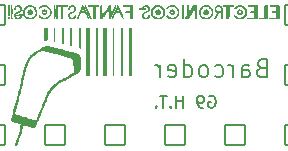
<source format=gbo>
%TF.GenerationSoftware,KiCad,Pcbnew,(6.0.5)*%
%TF.CreationDate,2023-09-23T13:50:41+09:00*%
%TF.ProjectId,20230918_Barcoder8,32303233-3039-4313-985f-426172636f64,rev?*%
%TF.SameCoordinates,Original*%
%TF.FileFunction,Legend,Bot*%
%TF.FilePolarity,Positive*%
%FSLAX46Y46*%
G04 Gerber Fmt 4.6, Leading zero omitted, Abs format (unit mm)*
G04 Created by KiCad (PCBNEW (6.0.5)) date 2023-09-23 13:50:41*
%MOMM*%
%LPD*%
G01*
G04 APERTURE LIST*
G04 Aperture macros list*
%AMRoundRect*
0 Rectangle with rounded corners*
0 $1 Rounding radius*
0 $2 $3 $4 $5 $6 $7 $8 $9 X,Y pos of 4 corners*
0 Add a 4 corners polygon primitive as box body*
4,1,4,$2,$3,$4,$5,$6,$7,$8,$9,$2,$3,0*
0 Add four circle primitives for the rounded corners*
1,1,$1+$1,$2,$3*
1,1,$1+$1,$4,$5*
1,1,$1+$1,$6,$7*
1,1,$1+$1,$8,$9*
0 Add four rect primitives between the rounded corners*
20,1,$1+$1,$2,$3,$4,$5,0*
20,1,$1+$1,$4,$5,$6,$7,0*
20,1,$1+$1,$6,$7,$8,$9,0*
20,1,$1+$1,$8,$9,$2,$3,0*%
G04 Aperture macros list end*
%ADD10C,0.150000*%
%ADD11C,0.200000*%
%ADD12RoundRect,0.100000X-0.850000X-0.850000X0.850000X-0.850000X0.850000X0.850000X-0.850000X0.850000X0*%
%ADD13C,2.400000*%
G04 APERTURE END LIST*
D10*
X147619790Y-80526000D02*
X147715028Y-80478380D01*
X147857885Y-80478380D01*
X148000742Y-80526000D01*
X148095980Y-80621238D01*
X148143600Y-80716476D01*
X148191219Y-80906952D01*
X148191219Y-81049809D01*
X148143600Y-81240285D01*
X148095980Y-81335523D01*
X148000742Y-81430761D01*
X147857885Y-81478380D01*
X147762647Y-81478380D01*
X147619790Y-81430761D01*
X147572171Y-81383142D01*
X147572171Y-81049809D01*
X147762647Y-81049809D01*
X147095980Y-81478380D02*
X146905504Y-81478380D01*
X146810266Y-81430761D01*
X146762647Y-81383142D01*
X146667409Y-81240285D01*
X146619790Y-81049809D01*
X146619790Y-80668857D01*
X146667409Y-80573619D01*
X146715028Y-80526000D01*
X146810266Y-80478380D01*
X147000742Y-80478380D01*
X147095980Y-80526000D01*
X147143600Y-80573619D01*
X147191219Y-80668857D01*
X147191219Y-80906952D01*
X147143600Y-81002190D01*
X147095980Y-81049809D01*
X147000742Y-81097428D01*
X146810266Y-81097428D01*
X146715028Y-81049809D01*
X146667409Y-81002190D01*
X146619790Y-80906952D01*
X145429314Y-81478380D02*
X145429314Y-80478380D01*
X145429314Y-80954571D02*
X144857885Y-80954571D01*
X144857885Y-81478380D02*
X144857885Y-80478380D01*
X144381695Y-81383142D02*
X144334076Y-81430761D01*
X144381695Y-81478380D01*
X144429314Y-81430761D01*
X144381695Y-81383142D01*
X144381695Y-81478380D01*
X144048361Y-80478380D02*
X143476933Y-80478380D01*
X143762647Y-81478380D02*
X143762647Y-80478380D01*
X143143600Y-81383142D02*
X143095980Y-81430761D01*
X143143600Y-81478380D01*
X143191219Y-81430761D01*
X143143600Y-81383142D01*
X143143600Y-81478380D01*
D11*
X152047057Y-78124857D02*
X151832771Y-78196285D01*
X151761342Y-78267714D01*
X151689914Y-78410571D01*
X151689914Y-78624857D01*
X151761342Y-78767714D01*
X151832771Y-78839142D01*
X151975628Y-78910571D01*
X152547057Y-78910571D01*
X152547057Y-77410571D01*
X152047057Y-77410571D01*
X151904200Y-77482000D01*
X151832771Y-77553428D01*
X151761342Y-77696285D01*
X151761342Y-77839142D01*
X151832771Y-77982000D01*
X151904200Y-78053428D01*
X152047057Y-78124857D01*
X152547057Y-78124857D01*
X150404200Y-78910571D02*
X150404200Y-78124857D01*
X150475628Y-77982000D01*
X150618485Y-77910571D01*
X150904200Y-77910571D01*
X151047057Y-77982000D01*
X150404200Y-78839142D02*
X150547057Y-78910571D01*
X150904200Y-78910571D01*
X151047057Y-78839142D01*
X151118485Y-78696285D01*
X151118485Y-78553428D01*
X151047057Y-78410571D01*
X150904200Y-78339142D01*
X150547057Y-78339142D01*
X150404200Y-78267714D01*
X149689914Y-78910571D02*
X149689914Y-77910571D01*
X149689914Y-78196285D02*
X149618485Y-78053428D01*
X149547057Y-77982000D01*
X149404200Y-77910571D01*
X149261342Y-77910571D01*
X148118485Y-78839142D02*
X148261342Y-78910571D01*
X148547057Y-78910571D01*
X148689914Y-78839142D01*
X148761342Y-78767714D01*
X148832771Y-78624857D01*
X148832771Y-78196285D01*
X148761342Y-78053428D01*
X148689914Y-77982000D01*
X148547057Y-77910571D01*
X148261342Y-77910571D01*
X148118485Y-77982000D01*
X147261342Y-78910571D02*
X147404200Y-78839142D01*
X147475628Y-78767714D01*
X147547057Y-78624857D01*
X147547057Y-78196285D01*
X147475628Y-78053428D01*
X147404200Y-77982000D01*
X147261342Y-77910571D01*
X147047057Y-77910571D01*
X146904200Y-77982000D01*
X146832771Y-78053428D01*
X146761342Y-78196285D01*
X146761342Y-78624857D01*
X146832771Y-78767714D01*
X146904200Y-78839142D01*
X147047057Y-78910571D01*
X147261342Y-78910571D01*
X145475628Y-78910571D02*
X145475628Y-77410571D01*
X145475628Y-78839142D02*
X145618485Y-78910571D01*
X145904200Y-78910571D01*
X146047057Y-78839142D01*
X146118485Y-78767714D01*
X146189914Y-78624857D01*
X146189914Y-78196285D01*
X146118485Y-78053428D01*
X146047057Y-77982000D01*
X145904200Y-77910571D01*
X145618485Y-77910571D01*
X145475628Y-77982000D01*
X144189914Y-78839142D02*
X144332771Y-78910571D01*
X144618485Y-78910571D01*
X144761342Y-78839142D01*
X144832771Y-78696285D01*
X144832771Y-78124857D01*
X144761342Y-77982000D01*
X144618485Y-77910571D01*
X144332771Y-77910571D01*
X144189914Y-77982000D01*
X144118485Y-78124857D01*
X144118485Y-78267714D01*
X144832771Y-78410571D01*
X143475628Y-78910571D02*
X143475628Y-77910571D01*
X143475628Y-78196285D02*
X143404200Y-78053428D01*
X143332771Y-77982000D01*
X143189914Y-77910571D01*
X143047057Y-77910571D01*
%TO.C,G\u002A\u002A\u002A*%
G36*
X137539567Y-78770809D02*
G01*
X137391789Y-78770807D01*
X137244010Y-78770805D01*
X137238658Y-76764601D01*
X137233307Y-74758397D01*
X137539567Y-74758397D01*
X137539567Y-78770809D01*
G37*
G36*
X136751415Y-75627156D02*
G01*
X136751414Y-75643362D01*
X136751217Y-75815057D01*
X136750712Y-75975032D01*
X136749933Y-76119842D01*
X136748911Y-76246046D01*
X136747680Y-76350198D01*
X136746274Y-76428856D01*
X136744725Y-76478577D01*
X136743066Y-76495915D01*
X136740278Y-76495351D01*
X136713762Y-76484999D01*
X136671416Y-76465729D01*
X136608115Y-76435542D01*
X136608115Y-74758397D01*
X136751415Y-74758397D01*
X136751415Y-75627156D01*
G37*
G36*
X138972572Y-78770809D02*
G01*
X138668058Y-78770809D01*
X138668058Y-74758397D01*
X138972572Y-74758397D01*
X138972572Y-78770809D01*
G37*
G36*
X141122078Y-78770809D02*
G01*
X140817564Y-78770809D01*
X140817564Y-74758397D01*
X141122078Y-74758397D01*
X141122078Y-78770809D01*
G37*
G36*
X136533294Y-78555573D02*
G01*
X136460276Y-78601657D01*
X136364329Y-78657449D01*
X136240907Y-78726127D01*
X136206601Y-78745215D01*
X136140434Y-78782480D01*
X136053266Y-78831867D01*
X135950665Y-78890214D01*
X135838201Y-78954357D01*
X135721443Y-79021135D01*
X135634363Y-79070695D01*
X135513466Y-79138553D01*
X135397769Y-79202479D01*
X135293717Y-79258954D01*
X135207748Y-79304457D01*
X135146306Y-79335467D01*
X135015816Y-79402571D01*
X134777330Y-79552523D01*
X134565809Y-79725517D01*
X134379868Y-79922929D01*
X134218122Y-80146135D01*
X134079189Y-80396511D01*
X134078179Y-80398618D01*
X134058963Y-80441575D01*
X134027739Y-80514614D01*
X133985714Y-80614797D01*
X133934094Y-80739190D01*
X133874085Y-80884856D01*
X133806893Y-81048858D01*
X133733726Y-81228262D01*
X133655789Y-81420130D01*
X133574288Y-81621526D01*
X133490430Y-81829515D01*
X133475105Y-81867597D01*
X133377847Y-82109249D01*
X133292806Y-82320098D01*
X133218917Y-82502243D01*
X133155118Y-82657782D01*
X133100343Y-82788815D01*
X133053529Y-82897441D01*
X133013612Y-82985759D01*
X132979528Y-83055868D01*
X132950214Y-83109867D01*
X132924605Y-83149856D01*
X132901638Y-83177934D01*
X132880248Y-83196200D01*
X132859372Y-83206752D01*
X132837946Y-83211691D01*
X132814906Y-83213114D01*
X132789189Y-83213122D01*
X132786427Y-83213060D01*
X132742933Y-83206609D01*
X132672529Y-83190728D01*
X132581635Y-83167077D01*
X132476668Y-83137318D01*
X132364048Y-83103111D01*
X132348575Y-83098255D01*
X132237884Y-83063537D01*
X132135090Y-83031330D01*
X132046764Y-83003691D01*
X131979476Y-82982675D01*
X131939796Y-82970340D01*
X131866046Y-82947580D01*
X131844859Y-83159149D01*
X131835563Y-83244288D01*
X131823105Y-83335075D01*
X131807452Y-83422269D01*
X131787137Y-83511126D01*
X131760694Y-83606902D01*
X131726655Y-83714852D01*
X131683553Y-83840233D01*
X131629922Y-83988300D01*
X131564293Y-84164310D01*
X131547322Y-84209430D01*
X131499780Y-84335835D01*
X131456358Y-84451291D01*
X131418753Y-84551282D01*
X131388666Y-84631291D01*
X131367794Y-84686802D01*
X131357837Y-84713299D01*
X131346704Y-84739102D01*
X131336502Y-84753602D01*
X131336444Y-84753602D01*
X131306018Y-84747092D01*
X131261385Y-84731122D01*
X131214590Y-84710896D01*
X131177679Y-84691620D01*
X131162698Y-84678499D01*
X131164209Y-84672253D01*
X131175985Y-84636640D01*
X131198168Y-84573763D01*
X131229241Y-84487806D01*
X131267686Y-84382950D01*
X131311984Y-84263379D01*
X131360616Y-84133276D01*
X131377938Y-84086974D01*
X131428158Y-83950948D01*
X131475147Y-83821146D01*
X131516993Y-83703016D01*
X131551781Y-83602004D01*
X131577598Y-83523559D01*
X131592530Y-83473127D01*
X131599977Y-83440028D01*
X131612332Y-83371881D01*
X131625066Y-83289033D01*
X131637334Y-83198639D01*
X131648290Y-83107857D01*
X131657091Y-83023843D01*
X131662890Y-82953754D01*
X131664842Y-82904746D01*
X131662103Y-82883976D01*
X131661714Y-82883750D01*
X131640159Y-82876069D01*
X131590246Y-82859751D01*
X131517331Y-82836502D01*
X131426768Y-82808032D01*
X131323911Y-82776050D01*
X131227776Y-82745900D01*
X131128935Y-82713307D01*
X131056102Y-82686657D01*
X131004428Y-82663986D01*
X130969062Y-82643330D01*
X130945152Y-82622728D01*
X130937488Y-82614415D01*
X130916308Y-82589053D01*
X130900369Y-82562761D01*
X130890140Y-82532189D01*
X130886094Y-82493990D01*
X130888701Y-82444816D01*
X130898431Y-82381316D01*
X130915756Y-82300143D01*
X130941146Y-82197949D01*
X130975072Y-82071384D01*
X130988115Y-82024511D01*
X131204082Y-82024511D01*
X131205006Y-82024970D01*
X131229218Y-82033416D01*
X131283684Y-82051346D01*
X131365133Y-82077712D01*
X131470295Y-82111467D01*
X131595899Y-82151564D01*
X131738676Y-82196956D01*
X131895355Y-82246596D01*
X132062666Y-82299436D01*
X132093000Y-82309002D01*
X132259692Y-82361616D01*
X132415888Y-82410989D01*
X132558206Y-82456048D01*
X132683265Y-82495718D01*
X132787681Y-82528926D01*
X132868073Y-82554597D01*
X132921057Y-82571659D01*
X132943253Y-82579036D01*
X132965537Y-82578340D01*
X132987727Y-82546798D01*
X132992878Y-82533311D01*
X133023704Y-82454022D01*
X133064690Y-82350304D01*
X133114365Y-82225762D01*
X133171259Y-82084001D01*
X133233901Y-81928623D01*
X133300821Y-81763233D01*
X133370549Y-81591436D01*
X133441613Y-81416834D01*
X133512544Y-81243034D01*
X133581871Y-81073638D01*
X133648123Y-80912250D01*
X133709831Y-80762476D01*
X133765523Y-80627919D01*
X133813729Y-80512182D01*
X133852978Y-80418871D01*
X133881801Y-80351590D01*
X133898727Y-80313941D01*
X134002160Y-80120079D01*
X134160693Y-79882099D01*
X134342819Y-79669345D01*
X134550436Y-79479922D01*
X134785438Y-79311936D01*
X135049722Y-79163490D01*
X135116233Y-79129578D01*
X135218803Y-79075251D01*
X135332962Y-79012998D01*
X135453922Y-78945591D01*
X135576891Y-78875802D01*
X135697079Y-78806403D01*
X135809697Y-78740167D01*
X135909953Y-78679865D01*
X135993057Y-78628269D01*
X136054220Y-78588152D01*
X136088651Y-78562285D01*
X136151344Y-78504904D01*
X136151344Y-78060177D01*
X136151068Y-77972029D01*
X136149769Y-77850574D01*
X136147553Y-77741597D01*
X136144581Y-77650933D01*
X136141018Y-77584420D01*
X136137027Y-77547895D01*
X136125846Y-77513006D01*
X136084630Y-77441257D01*
X136026464Y-77375235D01*
X135961855Y-77328121D01*
X135961732Y-77328058D01*
X135933051Y-77317542D01*
X135873985Y-77299116D01*
X135788749Y-77273983D01*
X135681558Y-77243349D01*
X135556627Y-77208418D01*
X135418170Y-77170395D01*
X135270402Y-77130484D01*
X135255865Y-77126590D01*
X134977057Y-77051884D01*
X134730587Y-76985868D01*
X134514274Y-76928058D01*
X134325940Y-76877968D01*
X134163405Y-76835115D01*
X134024489Y-76799014D01*
X133907013Y-76769179D01*
X133808798Y-76745127D01*
X133727662Y-76726372D01*
X133661428Y-76712431D01*
X133607915Y-76702817D01*
X133564945Y-76697047D01*
X133530336Y-76694637D01*
X133501910Y-76695100D01*
X133477488Y-76697953D01*
X133454889Y-76702712D01*
X133431934Y-76708890D01*
X133406443Y-76716004D01*
X133374446Y-76726520D01*
X133294126Y-76761900D01*
X133196829Y-76813016D01*
X133089789Y-76875388D01*
X132980240Y-76944539D01*
X132875414Y-77015990D01*
X132782546Y-77085262D01*
X132708868Y-77147879D01*
X132631315Y-77224647D01*
X132558185Y-77307289D01*
X132491539Y-77395724D01*
X132430183Y-77492913D01*
X132372926Y-77601819D01*
X132318574Y-77725402D01*
X132265934Y-77866624D01*
X132213814Y-78028446D01*
X132161021Y-78213832D01*
X132106362Y-78425741D01*
X132048644Y-78667136D01*
X131986674Y-78940979D01*
X131968398Y-79023327D01*
X131906286Y-79300795D01*
X131848860Y-79552732D01*
X131794452Y-79785789D01*
X131741393Y-80006613D01*
X131688016Y-80221852D01*
X131632653Y-80438155D01*
X131573636Y-80662169D01*
X131509297Y-80900544D01*
X131437969Y-81159926D01*
X131357983Y-81446966D01*
X131331671Y-81541315D01*
X131295940Y-81670763D01*
X131264552Y-81786065D01*
X131238589Y-81883156D01*
X131219134Y-81957970D01*
X131207271Y-82006444D01*
X131204082Y-82024511D01*
X130988115Y-82024511D01*
X131018005Y-81917100D01*
X131070416Y-81731749D01*
X131128693Y-81525959D01*
X131203840Y-81259053D01*
X131271048Y-81017920D01*
X131331605Y-80797513D01*
X131386799Y-80592791D01*
X131437918Y-80398707D01*
X131486250Y-80210218D01*
X131533084Y-80022279D01*
X131579706Y-79829847D01*
X131627406Y-79627876D01*
X131677471Y-79411323D01*
X131731189Y-79175144D01*
X131789848Y-78914294D01*
X131845413Y-78669588D01*
X131899013Y-78442219D01*
X131948446Y-78243616D01*
X131994814Y-78070441D01*
X132039218Y-77919356D01*
X132082761Y-77787022D01*
X132126545Y-77670101D01*
X132171671Y-77565254D01*
X132219243Y-77469143D01*
X132270362Y-77378430D01*
X132326129Y-77289776D01*
X132370011Y-77225681D01*
X132431109Y-77145594D01*
X132497374Y-77070607D01*
X132572185Y-76998117D01*
X132658919Y-76925520D01*
X132760952Y-76850210D01*
X132881663Y-76769585D01*
X133024428Y-76681041D01*
X133192625Y-76581972D01*
X133389630Y-76469776D01*
X133438453Y-76442462D01*
X133545996Y-76384626D01*
X133640376Y-76339606D01*
X133726870Y-76307114D01*
X133810755Y-76286862D01*
X133897310Y-76278564D01*
X133991810Y-76281932D01*
X134099535Y-76296678D01*
X134225761Y-76322515D01*
X134375767Y-76359155D01*
X134554828Y-76406312D01*
X134634811Y-76427516D01*
X134785106Y-76466594D01*
X134956884Y-76510521D01*
X135141931Y-76557229D01*
X135332037Y-76604650D01*
X135518989Y-76650716D01*
X135694574Y-76693358D01*
X135709202Y-76696883D01*
X135862829Y-76734338D01*
X136008758Y-76770672D01*
X136142460Y-76804704D01*
X136259407Y-76835251D01*
X136355069Y-76861134D01*
X136424918Y-76881169D01*
X136464423Y-76894176D01*
X136571903Y-76951323D01*
X136668671Y-77033540D01*
X136739278Y-77130589D01*
X136743232Y-77138106D01*
X136754242Y-77162014D01*
X136762787Y-77188838D01*
X136769251Y-77223280D01*
X136774019Y-77270040D01*
X136777478Y-77333821D01*
X136780013Y-77419322D01*
X136782009Y-77531245D01*
X136783851Y-77674292D01*
X136785076Y-77803750D01*
X136785018Y-77942122D01*
X136782471Y-78053337D01*
X136776729Y-78142258D01*
X136767088Y-78213750D01*
X136752844Y-78272677D01*
X136733291Y-78323903D01*
X136707725Y-78372292D01*
X136675443Y-78422709D01*
X136660257Y-78443823D01*
X136628737Y-78479832D01*
X136600468Y-78504904D01*
X136587931Y-78516023D01*
X136533294Y-78555573D01*
G37*
G36*
X140333926Y-78770809D02*
G01*
X140172713Y-78770809D01*
X140172713Y-74758397D01*
X140333926Y-74758397D01*
X140333926Y-78770809D01*
G37*
G36*
X133974969Y-75797326D02*
G01*
X133898841Y-75798358D01*
X133890858Y-75798535D01*
X133819097Y-75803980D01*
X133751062Y-75814210D01*
X133734660Y-75817633D01*
X133693554Y-75826531D01*
X133674934Y-75831091D01*
X133674513Y-75828914D01*
X133673425Y-75800216D01*
X133672453Y-75741647D01*
X133671634Y-75657562D01*
X133671004Y-75552318D01*
X133670599Y-75430270D01*
X133670456Y-75295774D01*
X133670456Y-74758397D01*
X133974969Y-74758397D01*
X133974969Y-75797326D01*
G37*
G36*
X134601909Y-75925560D02*
G01*
X134543693Y-75913074D01*
X134540931Y-75912476D01*
X134497519Y-75901615D01*
X134472043Y-75892681D01*
X134470349Y-75887196D01*
X134467188Y-75851572D01*
X134464373Y-75786681D01*
X134462005Y-75696880D01*
X134460186Y-75586525D01*
X134459020Y-75459975D01*
X134458608Y-75321586D01*
X134458608Y-74758397D01*
X134601909Y-74758397D01*
X134601909Y-75925560D01*
G37*
G36*
X138184419Y-78770809D02*
G01*
X138041119Y-78770809D01*
X138041119Y-74758397D01*
X138184419Y-74758397D01*
X138184419Y-78770809D01*
G37*
G36*
X139617423Y-78770809D02*
G01*
X139474123Y-78770809D01*
X139474123Y-74758397D01*
X139617423Y-74758397D01*
X139617423Y-78770809D01*
G37*
G36*
X136034913Y-75519681D02*
G01*
X136034813Y-75607088D01*
X136034097Y-75764479D01*
X136032757Y-75907438D01*
X136030864Y-76032399D01*
X136028492Y-76135798D01*
X136025715Y-76214069D01*
X136022607Y-76263646D01*
X136019239Y-76280964D01*
X136019092Y-76280964D01*
X135991508Y-76277642D01*
X135947589Y-76269769D01*
X135891612Y-76258574D01*
X135891612Y-74758397D01*
X136034913Y-74758397D01*
X136034913Y-75519681D01*
G37*
G36*
X135354236Y-75439074D02*
G01*
X135354227Y-75464499D01*
X135353778Y-75614992D01*
X135352712Y-75752987D01*
X135351104Y-75874594D01*
X135349033Y-75975928D01*
X135346574Y-76053099D01*
X135343805Y-76102221D01*
X135340801Y-76119406D01*
X135329929Y-76117717D01*
X135291321Y-76109154D01*
X135237804Y-76095849D01*
X135148241Y-76072638D01*
X135143543Y-75415518D01*
X135138844Y-74758397D01*
X135354236Y-74758397D01*
X135354236Y-75439074D01*
G37*
G36*
X135310934Y-72793222D02*
G01*
X135405355Y-72793621D01*
X135480868Y-72794383D01*
X135539727Y-72795595D01*
X135584187Y-72797344D01*
X135616503Y-72799717D01*
X135638930Y-72802801D01*
X135653724Y-72806682D01*
X135663138Y-72811448D01*
X135667115Y-72814522D01*
X135685772Y-72843966D01*
X135687866Y-72881177D01*
X135672628Y-72917552D01*
X135670133Y-72920731D01*
X135660982Y-72928445D01*
X135646334Y-72934030D01*
X135622574Y-72937942D01*
X135586087Y-72940634D01*
X135533257Y-72942559D01*
X135460470Y-72944171D01*
X135265018Y-72947911D01*
X135264838Y-73456886D01*
X135264740Y-73523622D01*
X135264281Y-73627074D01*
X135263489Y-73721847D01*
X135262406Y-73805460D01*
X135261073Y-73875429D01*
X135259532Y-73929273D01*
X135257827Y-73964509D01*
X135255998Y-73978654D01*
X135246418Y-73988689D01*
X135223765Y-74004719D01*
X135204843Y-74011569D01*
X135168655Y-74008196D01*
X135138313Y-73985991D01*
X135137382Y-73984519D01*
X135133765Y-73971650D01*
X135130782Y-73946971D01*
X135128386Y-73908801D01*
X135126531Y-73855460D01*
X135125170Y-73785268D01*
X135124255Y-73696545D01*
X135123741Y-73587611D01*
X135123580Y-73456786D01*
X135123580Y-72946325D01*
X134840703Y-72946325D01*
X134840703Y-73961039D01*
X134811040Y-73990701D01*
X134808243Y-73993446D01*
X134780973Y-74012317D01*
X134755054Y-74012474D01*
X134746639Y-74010018D01*
X134734018Y-74005859D01*
X134723555Y-74000066D01*
X134715036Y-73990643D01*
X134708243Y-73975598D01*
X134702960Y-73952936D01*
X134698971Y-73920662D01*
X134696059Y-73876781D01*
X134694009Y-73819301D01*
X134692604Y-73746226D01*
X134691627Y-73655561D01*
X134690863Y-73545314D01*
X134690095Y-73413488D01*
X134689511Y-73312365D01*
X134688942Y-73200044D01*
X134688659Y-73107595D01*
X134688738Y-73032926D01*
X134689256Y-72973945D01*
X134690289Y-72928559D01*
X134691913Y-72894676D01*
X134694205Y-72870204D01*
X134697241Y-72853050D01*
X134701098Y-72841122D01*
X134705851Y-72832327D01*
X134711577Y-72824574D01*
X134736335Y-72793100D01*
X135195348Y-72793100D01*
X135310934Y-72793222D01*
G37*
G36*
X144614115Y-72805634D02*
G01*
X144720886Y-72835075D01*
X144820842Y-72883265D01*
X144911117Y-72948361D01*
X144988842Y-73028518D01*
X145051148Y-73121895D01*
X145095169Y-73226646D01*
X145112290Y-73306583D01*
X145118860Y-73402560D01*
X145113153Y-73498898D01*
X145095169Y-73585353D01*
X145068282Y-73655092D01*
X145011095Y-73752728D01*
X144936631Y-73839181D01*
X144848158Y-73911448D01*
X144748945Y-73966525D01*
X144642263Y-74001410D01*
X144569344Y-74012965D01*
X144452230Y-74012897D01*
X144337306Y-73989367D01*
X144224488Y-73942362D01*
X144186252Y-73919546D01*
X144137088Y-73883974D01*
X144089579Y-73843918D01*
X144048324Y-73803598D01*
X144017920Y-73767236D01*
X144002968Y-73739051D01*
X144001108Y-73724119D01*
X144010715Y-73689561D01*
X144035997Y-73663694D01*
X144071358Y-73653517D01*
X144083061Y-73654368D01*
X144106737Y-73662785D01*
X144134126Y-73683042D01*
X144170503Y-73718603D01*
X144224341Y-73766923D01*
X144313368Y-73821735D01*
X144347690Y-73837348D01*
X144380967Y-73849438D01*
X144414105Y-73856195D01*
X144455003Y-73859138D01*
X144511561Y-73859782D01*
X144557436Y-73859406D01*
X144601331Y-73857053D01*
X144635537Y-73851248D01*
X144667852Y-73840535D01*
X144706073Y-73823458D01*
X144715378Y-73818920D01*
X144802370Y-73762361D01*
X144875512Y-73687714D01*
X144932378Y-73597401D01*
X144946601Y-73567562D01*
X144959890Y-73533754D01*
X144967309Y-73501087D01*
X144970533Y-73461330D01*
X144971236Y-73406248D01*
X144971015Y-73371903D01*
X144968908Y-73325802D01*
X144963244Y-73290213D01*
X144952426Y-73256847D01*
X144934857Y-73217415D01*
X144929085Y-73205657D01*
X144871564Y-73117245D01*
X144797374Y-73044551D01*
X144708688Y-72989766D01*
X144706728Y-72988838D01*
X144669162Y-72972000D01*
X144637687Y-72961294D01*
X144604889Y-72955354D01*
X144563353Y-72952809D01*
X144505668Y-72952293D01*
X144450937Y-72952825D01*
X144408510Y-72955279D01*
X144375870Y-72960920D01*
X144345890Y-72971017D01*
X144311447Y-72986834D01*
X144278288Y-73005510D01*
X144227413Y-73040889D01*
X144184426Y-73077859D01*
X144153559Y-73107906D01*
X144120251Y-73136192D01*
X144094627Y-73150227D01*
X144072258Y-73152176D01*
X144048714Y-73144202D01*
X144026395Y-73128630D01*
X144011927Y-73098541D01*
X144017331Y-73060733D01*
X144041895Y-73016870D01*
X144084907Y-72968616D01*
X144145655Y-72917635D01*
X144231565Y-72863684D01*
X144326360Y-72825710D01*
X144434949Y-72802315D01*
X144503399Y-72796785D01*
X144614115Y-72805634D01*
G37*
G36*
X153558804Y-74018900D02*
G01*
X153181866Y-74018900D01*
X153133645Y-74018810D01*
X153043282Y-74018142D01*
X152961096Y-74016895D01*
X152890166Y-74015151D01*
X152833571Y-74012996D01*
X152794391Y-74010514D01*
X152775704Y-74007789D01*
X152757701Y-73997349D01*
X152738263Y-73969276D01*
X152734475Y-73935257D01*
X152746424Y-73902817D01*
X152774200Y-73879482D01*
X152780040Y-73877477D01*
X152813355Y-73872332D01*
X152869865Y-73868642D01*
X152949319Y-73866419D01*
X153051466Y-73865675D01*
X153298429Y-73865675D01*
X153298429Y-73633661D01*
X153453192Y-73633661D01*
X153453233Y-73704032D01*
X153454656Y-73767857D01*
X153454731Y-73769801D01*
X153455953Y-73790770D01*
X153457016Y-73789826D01*
X153457858Y-73768537D01*
X153458413Y-73728471D01*
X153458618Y-73671197D01*
X153458618Y-73668528D01*
X153458410Y-73611376D01*
X153457848Y-73570995D01*
X153456996Y-73549086D01*
X153455919Y-73547350D01*
X153454681Y-73567486D01*
X153454532Y-73571263D01*
X153453192Y-73633661D01*
X153298429Y-73633661D01*
X153298429Y-73476719D01*
X153135670Y-73476719D01*
X153101275Y-73476606D01*
X153035502Y-73475073D01*
X152988775Y-73470889D01*
X152957933Y-73462972D01*
X152939817Y-73450240D01*
X152931265Y-73431610D01*
X152929117Y-73406000D01*
X152929449Y-73394224D01*
X152933925Y-73371704D01*
X152946145Y-73355706D01*
X152969268Y-73345147D01*
X153006456Y-73338944D01*
X153060870Y-73336016D01*
X153135670Y-73335280D01*
X153298429Y-73335280D01*
X153298429Y-73103266D01*
X153453192Y-73103266D01*
X153453233Y-73173638D01*
X153454656Y-73237463D01*
X153454731Y-73239406D01*
X153455953Y-73260375D01*
X153457016Y-73259431D01*
X153457858Y-73238142D01*
X153458413Y-73198077D01*
X153458618Y-73140803D01*
X153458618Y-73138134D01*
X153458410Y-73080981D01*
X153457848Y-73040601D01*
X153456996Y-73018692D01*
X153455919Y-73016955D01*
X153454681Y-73037092D01*
X153454532Y-73040868D01*
X153453192Y-73103266D01*
X153298429Y-73103266D01*
X153298429Y-72947601D01*
X153039521Y-72944016D01*
X152966349Y-72942863D01*
X152897150Y-72941246D01*
X152845984Y-72939144D01*
X152809821Y-72936307D01*
X152785634Y-72932481D01*
X152770391Y-72927415D01*
X152761064Y-72920857D01*
X152756345Y-72915534D01*
X152742628Y-72881751D01*
X152746673Y-72844841D01*
X152767867Y-72814438D01*
X152767881Y-72814427D01*
X152776707Y-72808533D01*
X152788736Y-72803830D01*
X152806515Y-72800185D01*
X152832590Y-72797466D01*
X152869506Y-72795540D01*
X152919810Y-72794273D01*
X152986048Y-72793532D01*
X153070767Y-72793186D01*
X153176512Y-72793100D01*
X153558804Y-72793100D01*
X153587735Y-72822030D01*
X153616665Y-72850961D01*
X153616665Y-73961039D01*
X153558804Y-74018900D01*
G37*
G36*
X143353128Y-73174192D02*
G01*
X143418755Y-73195034D01*
X143472231Y-73231112D01*
X143512608Y-73278909D01*
X143538939Y-73334911D01*
X143550275Y-73395600D01*
X143545668Y-73457462D01*
X143524170Y-73516979D01*
X143484833Y-73570636D01*
X143426709Y-73614917D01*
X143419364Y-73618880D01*
X143354450Y-73639889D01*
X143285627Y-73640963D01*
X143218236Y-73623403D01*
X143157620Y-73588509D01*
X143109120Y-73537583D01*
X143094134Y-73514571D01*
X143080991Y-73485784D01*
X143075016Y-73452811D01*
X143073603Y-73406000D01*
X143074280Y-73370127D01*
X143078704Y-73334598D01*
X143089555Y-73305930D01*
X143109453Y-73274516D01*
X143118844Y-73261794D01*
X143171271Y-73210508D01*
X143233280Y-73180413D01*
X143306857Y-73170463D01*
X143353128Y-73174192D01*
G37*
G36*
X130951030Y-72806499D02*
G01*
X130975027Y-72829040D01*
X130976590Y-72835053D01*
X130979396Y-72863594D01*
X130981812Y-72912584D01*
X130983784Y-72979957D01*
X130985259Y-73063645D01*
X130986183Y-73161581D01*
X130986503Y-73271698D01*
X130986502Y-73287141D01*
X130986381Y-73396327D01*
X130985991Y-73484594D01*
X130985228Y-73554295D01*
X130983987Y-73607784D01*
X130982166Y-73647417D01*
X130979659Y-73675548D01*
X130976365Y-73694530D01*
X130972179Y-73706719D01*
X130966997Y-73714468D01*
X130937029Y-73732508D01*
X130900171Y-73733459D01*
X130866619Y-73716516D01*
X130862155Y-73711758D01*
X130857384Y-73703231D01*
X130853590Y-73689822D01*
X130850662Y-73669194D01*
X130848489Y-73639012D01*
X130846960Y-73596938D01*
X130845964Y-73540637D01*
X130845390Y-73467773D01*
X130845128Y-73376008D01*
X130845065Y-73263006D01*
X130845065Y-72829003D01*
X130873283Y-72810513D01*
X130880556Y-72806352D01*
X130916453Y-72798374D01*
X130951030Y-72806499D01*
G37*
G36*
X133080681Y-73554890D02*
G01*
X133047226Y-73653261D01*
X132993375Y-73744917D01*
X132917548Y-73833640D01*
X132892093Y-73857971D01*
X132803495Y-73924921D01*
X132706264Y-73975077D01*
X132606346Y-74005163D01*
X132590318Y-74007994D01*
X132474080Y-74015325D01*
X132358997Y-74000460D01*
X132248497Y-73964469D01*
X132146011Y-73908419D01*
X132054968Y-73833379D01*
X132046376Y-73824708D01*
X132016839Y-73793532D01*
X131996153Y-73769520D01*
X131988359Y-73757290D01*
X131987514Y-73756016D01*
X131971247Y-73751836D01*
X131938535Y-73748911D01*
X131894981Y-73747809D01*
X131801603Y-73747809D01*
X131788295Y-73788132D01*
X131780602Y-73808566D01*
X131739788Y-73877250D01*
X131681660Y-73935882D01*
X131610657Y-73980666D01*
X131531217Y-74007811D01*
X131520516Y-74009940D01*
X131478843Y-74015147D01*
X131439151Y-74012808D01*
X131389445Y-74002470D01*
X131369972Y-73997160D01*
X131287437Y-73961462D01*
X131220279Y-73909456D01*
X131170223Y-73843293D01*
X131138993Y-73765121D01*
X131128316Y-73677090D01*
X131133598Y-73612130D01*
X131151983Y-73551707D01*
X131185547Y-73498413D01*
X131236351Y-73449802D01*
X131306456Y-73403426D01*
X131397922Y-73356836D01*
X131404218Y-73353927D01*
X131468244Y-73324264D01*
X131514932Y-73302197D01*
X131548028Y-73285610D01*
X131571277Y-73272387D01*
X131588425Y-73260414D01*
X131603217Y-73247575D01*
X131619400Y-73231755D01*
X131644256Y-73203149D01*
X131655637Y-73175300D01*
X131658336Y-73136259D01*
X131648940Y-73077041D01*
X131617687Y-73020567D01*
X131564967Y-72973125D01*
X131538488Y-72959633D01*
X131483989Y-72947314D01*
X131426199Y-72948600D01*
X131375483Y-72963992D01*
X131366018Y-72969389D01*
X131322735Y-73007631D01*
X131289608Y-73058708D01*
X131272661Y-73113842D01*
X131272313Y-73116497D01*
X131258721Y-73166421D01*
X131234009Y-73195929D01*
X131197676Y-73205629D01*
X131177748Y-73203240D01*
X131147372Y-73184992D01*
X131130382Y-73151128D01*
X131127206Y-73104464D01*
X131138271Y-73047816D01*
X131164005Y-72984000D01*
X131176089Y-72961507D01*
X131228574Y-72891609D01*
X131293976Y-72841417D01*
X131372377Y-72810881D01*
X131463858Y-72799953D01*
X131478382Y-72799892D01*
X131527552Y-72802751D01*
X131568497Y-72812550D01*
X131613330Y-72831878D01*
X131639320Y-72845858D01*
X131709817Y-72899901D01*
X131761761Y-72967428D01*
X131793883Y-73046433D01*
X131804913Y-73134909D01*
X131804821Y-73145703D01*
X131799797Y-73203358D01*
X131785506Y-73253282D01*
X131759732Y-73297903D01*
X131720261Y-73339649D01*
X131664877Y-73380949D01*
X131591365Y-73424232D01*
X131497509Y-73471927D01*
X131460646Y-73489905D01*
X131400722Y-73520173D01*
X131357436Y-73544098D01*
X131327465Y-73563745D01*
X131307491Y-73581182D01*
X131294191Y-73598475D01*
X131273736Y-73646581D01*
X131272898Y-73697006D01*
X131291839Y-73754869D01*
X131292876Y-73757118D01*
X131330012Y-73810561D01*
X131382213Y-73846350D01*
X131447548Y-73863143D01*
X131451508Y-73863500D01*
X131513746Y-73860719D01*
X131565793Y-73839159D01*
X131613544Y-73796450D01*
X131651150Y-73753703D01*
X131546925Y-73747809D01*
X131509017Y-73745431D01*
X131471527Y-73741509D01*
X131447818Y-73735403D01*
X131432159Y-73725414D01*
X131418818Y-73709844D01*
X131408504Y-73694727D01*
X131401448Y-73672439D01*
X131408627Y-73647728D01*
X131424624Y-73625651D01*
X131452694Y-73606134D01*
X131469531Y-73602923D01*
X131507430Y-73599594D01*
X131560644Y-73596953D01*
X131624708Y-73595212D01*
X131695159Y-73594584D01*
X131756060Y-73594169D01*
X131816165Y-73592760D01*
X131862503Y-73590514D01*
X131891807Y-73587595D01*
X131900808Y-73584169D01*
X131900562Y-73583728D01*
X131895665Y-73566219D01*
X131889192Y-73532652D01*
X131882475Y-73489877D01*
X131880004Y-73470436D01*
X131878767Y-73404302D01*
X132025009Y-73404302D01*
X132035681Y-73502629D01*
X132068320Y-73598736D01*
X132078160Y-73618484D01*
X132134382Y-73701997D01*
X132206254Y-73772249D01*
X132289173Y-73824533D01*
X132294292Y-73826971D01*
X132332765Y-73843205D01*
X132369528Y-73853281D01*
X132413002Y-73858922D01*
X132471607Y-73861851D01*
X132505726Y-73862579D01*
X132562824Y-73860788D01*
X132609737Y-73853037D01*
X132655325Y-73837470D01*
X132708446Y-73812231D01*
X132731939Y-73799001D01*
X132804035Y-73742375D01*
X132865432Y-73669721D01*
X132913073Y-73586079D01*
X132943901Y-73496492D01*
X132954856Y-73406000D01*
X132952361Y-73365255D01*
X132932673Y-73277863D01*
X132896133Y-73191696D01*
X132846044Y-73113690D01*
X132785707Y-73050780D01*
X132779068Y-73045415D01*
X132694291Y-72992595D01*
X132600824Y-72959514D01*
X132502713Y-72946336D01*
X132404001Y-72953225D01*
X132308732Y-72980346D01*
X132220951Y-73027862D01*
X132183820Y-73056726D01*
X132115709Y-73129967D01*
X132065930Y-73214574D01*
X132035394Y-73307152D01*
X132025009Y-73404302D01*
X131878767Y-73404302D01*
X131877904Y-73358191D01*
X131897874Y-73249527D01*
X131940519Y-73140803D01*
X131967113Y-73092128D01*
X132035707Y-72998946D01*
X132117218Y-72922793D01*
X132209013Y-72864106D01*
X132308456Y-72823321D01*
X132412913Y-72800874D01*
X132519747Y-72797201D01*
X132626324Y-72812739D01*
X132730010Y-72847923D01*
X132828168Y-72903190D01*
X132918165Y-72978976D01*
X132944870Y-73007246D01*
X133013448Y-73096682D01*
X133060509Y-73190471D01*
X133087607Y-73292335D01*
X133096294Y-73406000D01*
X133095322Y-73446021D01*
X133080681Y-73554890D01*
G37*
G36*
X130962930Y-73771383D02*
G01*
X130971117Y-73780944D01*
X130980576Y-73801436D01*
X130985180Y-73832427D01*
X130986323Y-73880408D01*
X130986088Y-73907325D01*
X130983808Y-73948251D01*
X130977522Y-73974254D01*
X130965308Y-73991141D01*
X130945250Y-74004719D01*
X130926328Y-74011569D01*
X130890140Y-74008196D01*
X130859798Y-73985991D01*
X130852625Y-73967385D01*
X130847071Y-73928498D01*
X130845065Y-73875877D01*
X130845083Y-73865635D01*
X130846166Y-73821945D01*
X130849942Y-73794768D01*
X130857834Y-73778156D01*
X130871260Y-73766158D01*
X130895572Y-73752904D01*
X130930367Y-73750658D01*
X130962930Y-73771383D01*
G37*
G36*
X150356127Y-72807809D02*
G01*
X150465718Y-72840563D01*
X150569018Y-72894848D01*
X150663634Y-72970304D01*
X150675918Y-72982390D01*
X150751928Y-73074551D01*
X150806213Y-73175864D01*
X150838780Y-73286343D01*
X150849634Y-73406000D01*
X150849473Y-73420997D01*
X150835900Y-73539708D01*
X150800589Y-73649352D01*
X150743686Y-73749584D01*
X150665336Y-73840062D01*
X150661827Y-73843405D01*
X150572390Y-73914129D01*
X150473311Y-73967880D01*
X150370523Y-74001410D01*
X150358013Y-74004002D01*
X150239893Y-74015698D01*
X150124301Y-74004507D01*
X150013372Y-73971049D01*
X149909242Y-73915944D01*
X149814048Y-73839813D01*
X149792763Y-73818778D01*
X149755218Y-73775801D01*
X149735611Y-73740792D01*
X149732519Y-73710515D01*
X149744520Y-73681735D01*
X149748343Y-73676276D01*
X149775897Y-73654221D01*
X149809731Y-73653823D01*
X149850475Y-73675233D01*
X149898763Y-73718603D01*
X149952600Y-73766923D01*
X150041628Y-73821735D01*
X150044270Y-73822985D01*
X150082098Y-73839933D01*
X150113712Y-73850698D01*
X150146556Y-73856670D01*
X150188075Y-73859235D01*
X150245714Y-73859782D01*
X150298227Y-73859326D01*
X150341382Y-73856992D01*
X150374269Y-73851548D01*
X150403936Y-73841768D01*
X150437427Y-73826427D01*
X150456066Y-73816699D01*
X150538476Y-73758648D01*
X150608669Y-73684001D01*
X150661670Y-73597829D01*
X150673895Y-73571263D01*
X150687587Y-73535797D01*
X150695310Y-73502046D01*
X150698726Y-73461588D01*
X150699496Y-73406000D01*
X150699240Y-73369271D01*
X150697024Y-73324063D01*
X150691131Y-73288758D01*
X150679900Y-73254935D01*
X150661670Y-73214171D01*
X150649809Y-73190913D01*
X150592670Y-73108194D01*
X150520223Y-73038348D01*
X150437427Y-72986414D01*
X150423000Y-72979768D01*
X150378357Y-72963524D01*
X150329835Y-72953903D01*
X150267642Y-72948734D01*
X150249600Y-72948051D01*
X150146463Y-72954814D01*
X150054923Y-72981217D01*
X149972255Y-73028350D01*
X149895730Y-73097301D01*
X149894216Y-73098930D01*
X149861730Y-73130329D01*
X149835383Y-73146220D01*
X149808610Y-73150625D01*
X149774957Y-73143433D01*
X149748430Y-73118474D01*
X149738893Y-73078742D01*
X149746981Y-73052515D01*
X149772003Y-73016179D01*
X149810114Y-72975505D01*
X149857396Y-72934224D01*
X149909926Y-72896065D01*
X149963784Y-72864760D01*
X150013508Y-72842339D01*
X150127631Y-72808336D01*
X150242634Y-72796946D01*
X150356127Y-72807809D01*
G37*
G36*
X152551977Y-72797044D02*
G01*
X152581091Y-72815631D01*
X152608916Y-72838163D01*
X152608916Y-73973837D01*
X152581091Y-73996368D01*
X152576113Y-74000124D01*
X152565502Y-74005935D01*
X152550730Y-74010411D01*
X152529024Y-74013725D01*
X152497610Y-74016049D01*
X152453716Y-74017555D01*
X152394569Y-74018417D01*
X152317395Y-74018808D01*
X152219422Y-74018900D01*
X152208356Y-74018894D01*
X152121199Y-74018419D01*
X152041010Y-74017258D01*
X151971110Y-74015513D01*
X151914820Y-74013286D01*
X151875461Y-74010677D01*
X151856353Y-74007789D01*
X151838351Y-73997349D01*
X151818913Y-73969276D01*
X151815124Y-73935257D01*
X151827074Y-73902817D01*
X151854849Y-73879482D01*
X151855922Y-73879024D01*
X151883378Y-73873319D01*
X151932714Y-73869132D01*
X152002389Y-73866554D01*
X152090863Y-73865675D01*
X152296573Y-73865675D01*
X152296573Y-72850961D01*
X152325503Y-72822030D01*
X152327856Y-72819705D01*
X152357563Y-72797723D01*
X152384649Y-72796526D01*
X152416079Y-72815621D01*
X152443904Y-72838143D01*
X152450099Y-73354856D01*
X152456294Y-73871568D01*
X152458939Y-73356762D01*
X152461584Y-72841957D01*
X152492640Y-72817528D01*
X152496862Y-72814256D01*
X152526833Y-72796523D01*
X152551977Y-72797044D01*
G37*
G36*
X144725489Y-73519339D02*
G01*
X144681262Y-73576923D01*
X144617640Y-73622146D01*
X144575347Y-73636442D01*
X144515522Y-73641355D01*
X144453447Y-73633861D01*
X144398496Y-73614296D01*
X144366584Y-73593895D01*
X144318724Y-73544111D01*
X144288077Y-73483453D01*
X144275840Y-73416489D01*
X144276965Y-73406000D01*
X144423162Y-73406000D01*
X144427991Y-73433385D01*
X144452093Y-73471361D01*
X144458900Y-73477570D01*
X144497460Y-73496545D01*
X144538176Y-73495697D01*
X144574667Y-73476376D01*
X144600551Y-73439933D01*
X144605570Y-73423788D01*
X144604132Y-73382267D01*
X144584320Y-73346407D01*
X144549886Y-73321217D01*
X144504577Y-73311707D01*
X144484117Y-73316553D01*
X144454606Y-73338271D01*
X144432111Y-73370608D01*
X144423162Y-73406000D01*
X144276965Y-73406000D01*
X144283211Y-73347786D01*
X144311386Y-73281914D01*
X144329920Y-73255702D01*
X144380177Y-73208994D01*
X144438065Y-73180503D01*
X144499969Y-73169213D01*
X144562272Y-73174110D01*
X144621357Y-73194180D01*
X144673607Y-73228407D01*
X144715406Y-73275776D01*
X144743138Y-73335274D01*
X144753185Y-73405884D01*
X144751620Y-73423788D01*
X144749229Y-73451136D01*
X144725489Y-73519339D01*
G37*
G36*
X147415339Y-73172016D02*
G01*
X147483386Y-73190216D01*
X147540293Y-73225330D01*
X147584057Y-73273799D01*
X147612678Y-73332067D01*
X147624152Y-73396576D01*
X147616477Y-73463768D01*
X147587652Y-73530085D01*
X147554947Y-73572624D01*
X147500543Y-73614296D01*
X147486407Y-73621228D01*
X147417503Y-73641209D01*
X147349393Y-73640782D01*
X147285651Y-73622046D01*
X147229851Y-73587101D01*
X147185569Y-73538045D01*
X147156378Y-73476978D01*
X147145853Y-73406000D01*
X147146491Y-73387685D01*
X147162150Y-73316837D01*
X147196671Y-73256888D01*
X147247229Y-73210622D01*
X147310998Y-73180821D01*
X147385154Y-73170269D01*
X147415339Y-73172016D01*
G37*
G36*
X136074222Y-72801146D02*
G01*
X136129116Y-72808914D01*
X136179741Y-72826618D01*
X136239004Y-72860651D01*
X136298115Y-72914952D01*
X136341981Y-72979868D01*
X136369717Y-73051708D01*
X136380436Y-73126782D01*
X136373252Y-73201398D01*
X136347280Y-73271864D01*
X136301634Y-73334491D01*
X136292341Y-73343502D01*
X136259670Y-73369323D01*
X136214278Y-73397965D01*
X136153060Y-73431284D01*
X136072915Y-73471133D01*
X136029846Y-73492214D01*
X135961868Y-73527689D01*
X135912008Y-73558027D01*
X135877720Y-73585457D01*
X135856456Y-73612207D01*
X135845670Y-73640508D01*
X135842818Y-73672588D01*
X135844521Y-73691858D01*
X135860721Y-73744137D01*
X135889643Y-73793924D01*
X135925867Y-73830887D01*
X135974002Y-73854353D01*
X136031636Y-73864643D01*
X136088493Y-73860049D01*
X136136139Y-73840198D01*
X136175216Y-73808405D01*
X136212320Y-73757786D01*
X136232736Y-73694472D01*
X136242479Y-73653302D01*
X136257345Y-73623620D01*
X136279490Y-73610093D01*
X136312641Y-73608722D01*
X136349788Y-73618409D01*
X136373720Y-73642836D01*
X136381697Y-73683056D01*
X136374329Y-73740374D01*
X136366756Y-73768590D01*
X136330420Y-73848246D01*
X136276551Y-73916131D01*
X136208419Y-73968743D01*
X136129298Y-74002584D01*
X136082870Y-74011976D01*
X136000247Y-74011917D01*
X135921811Y-73991979D01*
X135850677Y-73954533D01*
X135789962Y-73901950D01*
X135742782Y-73836601D01*
X135712254Y-73760857D01*
X135701494Y-73677090D01*
X135707645Y-73607952D01*
X135727286Y-73547614D01*
X135762408Y-73494204D01*
X135815007Y-73445404D01*
X135887074Y-73398895D01*
X135980604Y-73352357D01*
X135983205Y-73351182D01*
X136076344Y-73306663D01*
X136146838Y-73267585D01*
X136194602Y-73234000D01*
X136219551Y-73205959D01*
X136222226Y-73199640D01*
X136228859Y-73169114D01*
X136231515Y-73131534D01*
X136224052Y-73081771D01*
X136197836Y-73029536D01*
X136156973Y-72987773D01*
X136105893Y-72958858D01*
X136049026Y-72945164D01*
X135990801Y-72949066D01*
X135935648Y-72972939D01*
X135935355Y-72973134D01*
X135902501Y-73004008D01*
X135872641Y-73046970D01*
X135850940Y-73093113D01*
X135842559Y-73133532D01*
X135837822Y-73158651D01*
X135817013Y-73187282D01*
X135785826Y-73203553D01*
X135751092Y-73204487D01*
X135719642Y-73187107D01*
X135715026Y-73181695D01*
X135702121Y-73146884D01*
X135701812Y-73098862D01*
X135713649Y-73042833D01*
X135737183Y-72984000D01*
X135749626Y-72960883D01*
X135802190Y-72891117D01*
X135867582Y-72841121D01*
X135945849Y-72810868D01*
X136037037Y-72800330D01*
X136074222Y-72801146D01*
G37*
G36*
X140263277Y-73495352D02*
G01*
X140304284Y-73589079D01*
X140340245Y-73671280D01*
X140368957Y-73736920D01*
X140459566Y-73944081D01*
X140391863Y-73974003D01*
X140324160Y-74003926D01*
X140209168Y-73740323D01*
X140094176Y-73476719D01*
X139723762Y-73476719D01*
X139611881Y-73733076D01*
X139574672Y-73817337D01*
X139543299Y-73885802D01*
X139518423Y-73936554D01*
X139498934Y-73971738D01*
X139483722Y-73993502D01*
X139471674Y-74003993D01*
X139450947Y-74013737D01*
X139436097Y-74018726D01*
X139418354Y-74011298D01*
X139395073Y-73991590D01*
X139375169Y-73967787D01*
X139366735Y-73948127D01*
X139366979Y-73946226D01*
X139373685Y-73925469D01*
X139388751Y-73886458D01*
X139411075Y-73831687D01*
X139439558Y-73763654D01*
X139473099Y-73684853D01*
X139510596Y-73597782D01*
X139550951Y-73504936D01*
X139593060Y-73408811D01*
X139630607Y-73323732D01*
X139794655Y-73323732D01*
X139801165Y-73329734D01*
X139819846Y-73333238D01*
X139854497Y-73334875D01*
X139908916Y-73335280D01*
X139911388Y-73335280D01*
X139964757Y-73334915D01*
X139998586Y-73333380D01*
X140016758Y-73329965D01*
X140023156Y-73323960D01*
X140021661Y-73314654D01*
X140019917Y-73310009D01*
X140005836Y-73274811D01*
X139987417Y-73231306D01*
X139966912Y-73184498D01*
X139946571Y-73139390D01*
X139928646Y-73100988D01*
X139915387Y-73074294D01*
X139909045Y-73064313D01*
X139909023Y-73064314D01*
X139902629Y-73074593D01*
X139889297Y-73101632D01*
X139871233Y-73140522D01*
X139850642Y-73186354D01*
X139829731Y-73234220D01*
X139810704Y-73279210D01*
X139795767Y-73316417D01*
X139794655Y-73323732D01*
X139630607Y-73323732D01*
X139635826Y-73311905D01*
X139678145Y-73216711D01*
X139718919Y-73125727D01*
X139757046Y-73041449D01*
X139791426Y-72966373D01*
X139820957Y-72902995D01*
X139844541Y-72853811D01*
X139861075Y-72821317D01*
X139869459Y-72808009D01*
X139884809Y-72799097D01*
X139920468Y-72795069D01*
X139953366Y-72813977D01*
X139957512Y-72819868D01*
X139971690Y-72846003D01*
X139993182Y-72889538D01*
X140020688Y-72947703D01*
X140052909Y-73017732D01*
X140088545Y-73096856D01*
X140126296Y-73182306D01*
X140132008Y-73195358D01*
X140174936Y-73293457D01*
X140188283Y-73323960D01*
X140219426Y-73395133D01*
X140263277Y-73495352D01*
G37*
G36*
X143901725Y-73546279D02*
G01*
X143865048Y-73654151D01*
X143809622Y-73752506D01*
X143737426Y-73838875D01*
X143650443Y-73910793D01*
X143550653Y-73965794D01*
X143440036Y-74001410D01*
X143397212Y-74009170D01*
X143279860Y-74014804D01*
X143165390Y-73998076D01*
X143056600Y-73959861D01*
X142956293Y-73901034D01*
X142867267Y-73822469D01*
X142852862Y-73806693D01*
X142784504Y-73716625D01*
X142737740Y-73622623D01*
X142710902Y-73520483D01*
X142702327Y-73406000D01*
X142849659Y-73406000D01*
X142849874Y-73439805D01*
X142851968Y-73486016D01*
X142857625Y-73521675D01*
X142868447Y-73555093D01*
X142886038Y-73594584D01*
X142891814Y-73606350D01*
X142949335Y-73694760D01*
X143023524Y-73767450D01*
X143112207Y-73822230D01*
X143115425Y-73823750D01*
X143158987Y-73842527D01*
X143197509Y-73853911D01*
X143240519Y-73859988D01*
X143297547Y-73862848D01*
X143370106Y-73861561D01*
X143446761Y-73848861D01*
X143515935Y-73821782D01*
X143585207Y-73778091D01*
X143592906Y-73772345D01*
X143649917Y-73721474D01*
X143696133Y-73661652D01*
X143737326Y-73585573D01*
X143742833Y-73573572D01*
X143756414Y-73538823D01*
X143764357Y-73504674D01*
X143768083Y-73463081D01*
X143769009Y-73406000D01*
X143768753Y-73369271D01*
X143766537Y-73324063D01*
X143760643Y-73288758D01*
X143749412Y-73254935D01*
X143731183Y-73214171D01*
X143721389Y-73194741D01*
X143664306Y-73110724D01*
X143591165Y-73039337D01*
X143506939Y-72985648D01*
X143477261Y-72971925D01*
X143447399Y-72961526D01*
X143415143Y-72955606D01*
X143373437Y-72952938D01*
X143315227Y-72952293D01*
X143312538Y-72952292D01*
X143255615Y-72952865D01*
X143214555Y-72955521D01*
X143181952Y-72961625D01*
X143150399Y-72972541D01*
X143112490Y-72989633D01*
X143103130Y-72994187D01*
X143014727Y-73051109D01*
X142942265Y-73125174D01*
X142887074Y-73215049D01*
X142875253Y-73240730D01*
X142861588Y-73276104D01*
X142853864Y-73309843D01*
X142850436Y-73350343D01*
X142849659Y-73406000D01*
X142702327Y-73406000D01*
X142702728Y-73379558D01*
X142714956Y-73269062D01*
X142745518Y-73169889D01*
X142796140Y-73077701D01*
X142868549Y-72988159D01*
X142912075Y-72945973D01*
X143005022Y-72878864D01*
X143106411Y-72831681D01*
X143213404Y-72804482D01*
X143323164Y-72797326D01*
X143432856Y-72810271D01*
X143539641Y-72843377D01*
X143640684Y-72896702D01*
X143733147Y-72970304D01*
X143744334Y-72981295D01*
X143820128Y-73073239D01*
X143874492Y-73174957D01*
X143907244Y-73286021D01*
X143918202Y-73406000D01*
X143917672Y-73431354D01*
X143901725Y-73546279D01*
G37*
G36*
X130687316Y-73747879D02*
G01*
X130708790Y-73756985D01*
X130733628Y-73776740D01*
X130734515Y-73777632D01*
X130751973Y-73800368D01*
X130760382Y-73828209D01*
X130762559Y-73870265D01*
X130762320Y-73886915D01*
X130755644Y-73946070D01*
X130739404Y-73985176D01*
X130713077Y-74005671D01*
X130696227Y-74010556D01*
X130659033Y-74008489D01*
X130631788Y-73985632D01*
X130615039Y-73942646D01*
X130609334Y-73880196D01*
X130609646Y-73855729D01*
X130612975Y-73820580D01*
X130621770Y-73796913D01*
X130638264Y-73776740D01*
X130640315Y-73774734D01*
X130665299Y-73755652D01*
X130685946Y-73747809D01*
X130687316Y-73747879D01*
G37*
G36*
X149298976Y-72795648D02*
G01*
X149329350Y-72795874D01*
X149439418Y-72796764D01*
X149528742Y-72797696D01*
X149599596Y-72798797D01*
X149654252Y-72800193D01*
X149694983Y-72802011D01*
X149724063Y-72804379D01*
X149743763Y-72807422D01*
X149756357Y-72811267D01*
X149764118Y-72816042D01*
X149769318Y-72821872D01*
X149782190Y-72847102D01*
X149782706Y-72884778D01*
X149761265Y-72917978D01*
X149750083Y-72926169D01*
X149733933Y-72932592D01*
X149709610Y-72937130D01*
X149673265Y-72940258D01*
X149621047Y-72942452D01*
X149549107Y-72944189D01*
X149361724Y-72947947D01*
X149361724Y-73448839D01*
X149361672Y-73510639D01*
X149361110Y-73645301D01*
X149359935Y-73757131D01*
X149358149Y-73845982D01*
X149355757Y-73911707D01*
X149352762Y-73954160D01*
X149349166Y-73973193D01*
X149337213Y-73988459D01*
X149310860Y-74006245D01*
X149286009Y-74010933D01*
X149250104Y-74000557D01*
X149223405Y-73970524D01*
X149220757Y-73962411D01*
X149217247Y-73939163D01*
X149214283Y-73901357D01*
X149211815Y-73847488D01*
X149209793Y-73776056D01*
X149208169Y-73685559D01*
X149206891Y-73574494D01*
X149205912Y-73441359D01*
X149202978Y-72940431D01*
X149196898Y-73457773D01*
X149190819Y-73975115D01*
X149160707Y-73997590D01*
X149146742Y-74005860D01*
X149110547Y-74011344D01*
X149077675Y-73997119D01*
X149055062Y-73965305D01*
X149055014Y-73965174D01*
X149052208Y-73945567D01*
X149049719Y-73904331D01*
X149047588Y-73843376D01*
X149045857Y-73764614D01*
X149044568Y-73669956D01*
X149043764Y-73561311D01*
X149043487Y-73440592D01*
X149043487Y-72946325D01*
X148952141Y-72946151D01*
X148943579Y-72946098D01*
X148880391Y-72942260D01*
X148836180Y-72931382D01*
X148807401Y-72912080D01*
X148790512Y-72882968D01*
X148785076Y-72861390D01*
X148790525Y-72842583D01*
X148812062Y-72820941D01*
X148845355Y-72792305D01*
X149298976Y-72795648D01*
G37*
G36*
X133900831Y-73522308D02*
G01*
X133857694Y-73578356D01*
X133797594Y-73622796D01*
X133781565Y-73629908D01*
X133740627Y-73638062D01*
X133683183Y-73638606D01*
X133665335Y-73637646D01*
X133621723Y-73632210D01*
X133588186Y-73620714D01*
X133554580Y-73600121D01*
X133522453Y-73572949D01*
X133481488Y-73516970D01*
X133459028Y-73453414D01*
X133455981Y-73401954D01*
X133601354Y-73401954D01*
X133608671Y-73442467D01*
X133634171Y-73475864D01*
X133671313Y-73496096D01*
X133711404Y-73496136D01*
X133751755Y-73472691D01*
X133775309Y-73444587D01*
X133783843Y-73406000D01*
X133777405Y-73371767D01*
X133751755Y-73339308D01*
X133715227Y-73317088D01*
X133675168Y-73314886D01*
X133634171Y-73336136D01*
X133612220Y-73362210D01*
X133601354Y-73401954D01*
X133455981Y-73401954D01*
X133455079Y-73386714D01*
X133469641Y-73321302D01*
X133502719Y-73261608D01*
X133554315Y-73212065D01*
X133613157Y-73182629D01*
X133681793Y-73170291D01*
X133751464Y-73176609D01*
X133816366Y-73201017D01*
X133870697Y-73242949D01*
X133888028Y-73263755D01*
X133920605Y-73325375D01*
X133933073Y-73391731D01*
X133931614Y-73406000D01*
X133926220Y-73458738D01*
X133900831Y-73522308D01*
G37*
G36*
X137306760Y-73486272D02*
G01*
X137357185Y-73603048D01*
X137398742Y-73700526D01*
X137431933Y-73779956D01*
X137457261Y-73842590D01*
X137475228Y-73889676D01*
X137486337Y-73922466D01*
X137491091Y-73942209D01*
X137489992Y-73950156D01*
X137470465Y-73960837D01*
X137437646Y-73974664D01*
X137404464Y-73985464D01*
X137378181Y-73990969D01*
X137366059Y-73988906D01*
X137364020Y-73984089D01*
X137353682Y-73960223D01*
X137336020Y-73919691D01*
X137312430Y-73865696D01*
X137284313Y-73801441D01*
X137253066Y-73730130D01*
X137144543Y-73482612D01*
X136769048Y-73482612D01*
X136661167Y-73729179D01*
X136656703Y-73739357D01*
X136620720Y-73819405D01*
X136588404Y-73887809D01*
X136561040Y-73942012D01*
X136539912Y-73979460D01*
X136526303Y-73997596D01*
X136521356Y-74001285D01*
X136487043Y-74013208D01*
X136454291Y-74006068D01*
X136429757Y-73983023D01*
X136420099Y-73947230D01*
X136424550Y-73932087D01*
X136437378Y-73897828D01*
X136457496Y-73847062D01*
X136483815Y-73782347D01*
X136515248Y-73706242D01*
X136550706Y-73621304D01*
X136589103Y-73530089D01*
X136629349Y-73435157D01*
X136670356Y-73339065D01*
X136677505Y-73322425D01*
X136844415Y-73322425D01*
X136844970Y-73324080D01*
X136861593Y-73330250D01*
X136900790Y-73334009D01*
X136961833Y-73335280D01*
X137079252Y-73335280D01*
X137037121Y-73238041D01*
X137030309Y-73222317D01*
X137009101Y-73173324D01*
X136990475Y-73130249D01*
X136977829Y-73100945D01*
X136974429Y-73093608D01*
X136961460Y-73074114D01*
X136951774Y-73071479D01*
X136947388Y-73078488D01*
X136934565Y-73104185D01*
X136917085Y-73142345D01*
X136897367Y-73187320D01*
X136877824Y-73233462D01*
X136860874Y-73275125D01*
X136848932Y-73306662D01*
X136844415Y-73322425D01*
X136677505Y-73322425D01*
X136711038Y-73244370D01*
X136750305Y-73153630D01*
X136787070Y-73069404D01*
X136820246Y-72994247D01*
X136848743Y-72930719D01*
X136871474Y-72881376D01*
X136887351Y-72848777D01*
X136906911Y-72822611D01*
X136933721Y-72802328D01*
X136940662Y-72799352D01*
X136953743Y-72795633D01*
X136966382Y-72796256D01*
X136979468Y-72802793D01*
X136993887Y-72816820D01*
X137010527Y-72839909D01*
X137030277Y-72873633D01*
X137054023Y-72919568D01*
X137082654Y-72979286D01*
X137117057Y-73054360D01*
X137158119Y-73146365D01*
X137206728Y-73256874D01*
X137240978Y-73335280D01*
X137263772Y-73387461D01*
X137306760Y-73486272D01*
G37*
G36*
X141205198Y-73272202D02*
G01*
X141205255Y-73405306D01*
X141205045Y-73517444D01*
X141204506Y-73623392D01*
X141203675Y-73719917D01*
X141202589Y-73804661D01*
X141201283Y-73875265D01*
X141199795Y-73929370D01*
X141198160Y-73964620D01*
X141196415Y-73978654D01*
X141186835Y-73988689D01*
X141164183Y-74004719D01*
X141146186Y-74011164D01*
X141117037Y-74011362D01*
X141103465Y-74006784D01*
X141089730Y-73998233D01*
X141079601Y-73983916D01*
X141072533Y-73960866D01*
X141067983Y-73926115D01*
X141065406Y-73876696D01*
X141064259Y-73809642D01*
X141063997Y-73721984D01*
X141063660Y-73651349D01*
X141062267Y-73576894D01*
X141059853Y-73522106D01*
X141056480Y-73488282D01*
X141052211Y-73476719D01*
X141048959Y-73483016D01*
X141045323Y-73511068D01*
X141042645Y-73560367D01*
X141040990Y-73629581D01*
X141040424Y-73717379D01*
X141040409Y-73732773D01*
X141039916Y-73805599D01*
X141038808Y-73870373D01*
X141037199Y-73923216D01*
X141035200Y-73960247D01*
X141032923Y-73977586D01*
X141027035Y-73988260D01*
X141001764Y-74006244D01*
X140968186Y-74010720D01*
X140934275Y-74001608D01*
X140908006Y-73978829D01*
X140907302Y-73976971D01*
X140904758Y-73956185D01*
X140902545Y-73916511D01*
X140900791Y-73861662D01*
X140899622Y-73795350D01*
X140899166Y-73721290D01*
X140898986Y-73476719D01*
X140731956Y-73476719D01*
X140714787Y-73476700D01*
X140650839Y-73476055D01*
X140605651Y-73474190D01*
X140575296Y-73470699D01*
X140555845Y-73465175D01*
X140543371Y-73457212D01*
X140525331Y-73427245D01*
X140524381Y-73390386D01*
X140541323Y-73356835D01*
X140547829Y-73350778D01*
X140560982Y-73343986D01*
X140581788Y-73339495D01*
X140614225Y-73336851D01*
X140662271Y-73335597D01*
X140729908Y-73335280D01*
X140898986Y-73335280D01*
X140898986Y-73134909D01*
X141040424Y-73134909D01*
X141040468Y-73154803D01*
X141041527Y-73225831D01*
X141043914Y-73278855D01*
X141047514Y-73312026D01*
X141052211Y-73323494D01*
X141053454Y-73322795D01*
X141057893Y-73305850D01*
X141061207Y-73267654D01*
X141063281Y-73210057D01*
X141063997Y-73134909D01*
X141063954Y-73115016D01*
X141062895Y-73043988D01*
X141060507Y-72990964D01*
X141056908Y-72957793D01*
X141052211Y-72946325D01*
X141050967Y-72947024D01*
X141046528Y-72963969D01*
X141043214Y-73002164D01*
X141041141Y-73059761D01*
X141040424Y-73134909D01*
X140898986Y-73134909D01*
X140898986Y-72946325D01*
X140652023Y-72946325D01*
X140615974Y-72946244D01*
X140521255Y-72945013D01*
X140449312Y-72942306D01*
X140400395Y-72938137D01*
X140374757Y-72932517D01*
X140373581Y-72931970D01*
X140345511Y-72908107D01*
X140334572Y-72876154D01*
X140339768Y-72842835D01*
X140360099Y-72814877D01*
X140394569Y-72799004D01*
X140400944Y-72798250D01*
X140431257Y-72796740D01*
X140480532Y-72795608D01*
X140545543Y-72794881D01*
X140623061Y-72794589D01*
X140709859Y-72794760D01*
X140802709Y-72795422D01*
X140820168Y-72795592D01*
X140919987Y-72796652D01*
X140999164Y-72797771D01*
X141060240Y-72799123D01*
X141105752Y-72800882D01*
X141138239Y-72803222D01*
X141160241Y-72806317D01*
X141174296Y-72810341D01*
X141182942Y-72815468D01*
X141188718Y-72821872D01*
X141191412Y-72826978D01*
X141194936Y-72840203D01*
X141197837Y-72861734D01*
X141200169Y-72893478D01*
X141201988Y-72937345D01*
X141203345Y-72995243D01*
X141204297Y-73069079D01*
X141204728Y-73134909D01*
X141204897Y-73160763D01*
X141205198Y-73272202D01*
G37*
G36*
X148779905Y-73278442D02*
G01*
X148780842Y-73372903D01*
X148781773Y-73488506D01*
X148781897Y-73505360D01*
X148782442Y-73606620D01*
X148782610Y-73700801D01*
X148782421Y-73785155D01*
X148781894Y-73856932D01*
X148781048Y-73913384D01*
X148779902Y-73951762D01*
X148778474Y-73969317D01*
X148769095Y-73987686D01*
X148745524Y-74006767D01*
X148725683Y-74011684D01*
X148695784Y-74010960D01*
X148690540Y-74009498D01*
X148675537Y-74003410D01*
X148664045Y-73993325D01*
X148655597Y-73976446D01*
X148649729Y-73949978D01*
X148645975Y-73911123D01*
X148643870Y-73857086D01*
X148642948Y-73785069D01*
X148642744Y-73692278D01*
X148642744Y-73417307D01*
X148598545Y-73439681D01*
X148592060Y-73442868D01*
X148553251Y-73459215D01*
X148518986Y-73470023D01*
X148514941Y-73471098D01*
X148502347Y-73477123D01*
X148488354Y-73489071D01*
X148471215Y-73509350D01*
X148449185Y-73540367D01*
X148420519Y-73584529D01*
X148383470Y-73644241D01*
X148336294Y-73721911D01*
X148332987Y-73727385D01*
X148281030Y-73812822D01*
X148239210Y-73880068D01*
X148205950Y-73931220D01*
X148179674Y-73968373D01*
X148158806Y-73993622D01*
X148141769Y-74009062D01*
X148126988Y-74016790D01*
X148112886Y-74018900D01*
X148105595Y-74018241D01*
X148075466Y-74003710D01*
X148051511Y-73976534D01*
X148041935Y-73945234D01*
X148043535Y-73938772D01*
X148055256Y-73912562D01*
X148076858Y-73871254D01*
X148106563Y-73818077D01*
X148142591Y-73756258D01*
X148183163Y-73689025D01*
X148324086Y-73459335D01*
X148283273Y-73438396D01*
X148242436Y-73413236D01*
X148182319Y-73356173D01*
X148137970Y-73285992D01*
X148111110Y-73206832D01*
X148106185Y-73152739D01*
X148253397Y-73152739D01*
X148266355Y-73210847D01*
X148296063Y-73262190D01*
X148342288Y-73301629D01*
X148400127Y-73325619D01*
X148462666Y-73329278D01*
X148524189Y-73309428D01*
X148526695Y-73308114D01*
X148579284Y-73271670D01*
X148613010Y-73225650D01*
X148632133Y-73164326D01*
X148634597Y-73146363D01*
X148629259Y-73083048D01*
X148603276Y-73026016D01*
X148558778Y-72980598D01*
X148541033Y-72970139D01*
X148488759Y-72953934D01*
X148429919Y-72950280D01*
X148373353Y-72959176D01*
X148327903Y-72980623D01*
X148317313Y-72989208D01*
X148278645Y-73036782D01*
X148257417Y-73093005D01*
X148253397Y-73152739D01*
X148106185Y-73152739D01*
X148103462Y-73122832D01*
X148116746Y-73038129D01*
X148135125Y-72991848D01*
X148178870Y-72925293D01*
X148236872Y-72868403D01*
X148303534Y-72827490D01*
X148312248Y-72823749D01*
X148395684Y-72801200D01*
X148479935Y-72800307D01*
X148561393Y-72819783D01*
X148636449Y-72858344D01*
X148701495Y-72914704D01*
X148752925Y-72987577D01*
X148755401Y-72992251D01*
X148761424Y-73005063D01*
X148766321Y-73019574D01*
X148770233Y-73038216D01*
X148773299Y-73063419D01*
X148775659Y-73097613D01*
X148777453Y-73143228D01*
X148777525Y-73146363D01*
X148778822Y-73202694D01*
X148779905Y-73278442D01*
G37*
G36*
X134593072Y-72806499D02*
G01*
X134617069Y-72829040D01*
X134618526Y-72836241D01*
X134620677Y-72865143D01*
X134622578Y-72912915D01*
X134624223Y-72976729D01*
X134625605Y-73053754D01*
X134626719Y-73141161D01*
X134627558Y-73236121D01*
X134628117Y-73335804D01*
X134628389Y-73437381D01*
X134628369Y-73538023D01*
X134628049Y-73634900D01*
X134627426Y-73725183D01*
X134626491Y-73806042D01*
X134625240Y-73874648D01*
X134623666Y-73928172D01*
X134621762Y-73963784D01*
X134619524Y-73978654D01*
X134609944Y-73988689D01*
X134587292Y-74004719D01*
X134575844Y-74009564D01*
X134538533Y-74010256D01*
X134501840Y-73992441D01*
X134498476Y-73985171D01*
X134495482Y-73967029D01*
X134493018Y-73936555D01*
X134491044Y-73892144D01*
X134489519Y-73832190D01*
X134488403Y-73755087D01*
X134487656Y-73659230D01*
X134487237Y-73543012D01*
X134487106Y-73404828D01*
X134487106Y-72829003D01*
X134515325Y-72810513D01*
X134522598Y-72806352D01*
X134558495Y-72798374D01*
X134593072Y-72806499D01*
G37*
G36*
X130728840Y-72815620D02*
G01*
X130756665Y-72838140D01*
X130760108Y-73242882D01*
X130760626Y-73316714D01*
X130760949Y-73408263D01*
X130760884Y-73490866D01*
X130760450Y-73561598D01*
X130759669Y-73617535D01*
X130758560Y-73655750D01*
X130757144Y-73673319D01*
X130750619Y-73690381D01*
X130732233Y-73717519D01*
X130711260Y-73730907D01*
X130674608Y-73734412D01*
X130638106Y-73719303D01*
X130632682Y-73714584D01*
X130627687Y-73706954D01*
X130623688Y-73694571D01*
X130620546Y-73675082D01*
X130618120Y-73646136D01*
X130616272Y-73605379D01*
X130614861Y-73550459D01*
X130613747Y-73479024D01*
X130612792Y-73388720D01*
X130611855Y-73277197D01*
X130608484Y-72851811D01*
X130637839Y-72822455D01*
X130640946Y-72819396D01*
X130670578Y-72797657D01*
X130697556Y-72796572D01*
X130728840Y-72815620D01*
G37*
G36*
X142353918Y-72806469D02*
G01*
X142434689Y-72832524D01*
X142504773Y-72875798D01*
X142561653Y-72933605D01*
X142602813Y-73003255D01*
X142625737Y-73082062D01*
X142627909Y-73167337D01*
X142626991Y-73175378D01*
X142613081Y-73235992D01*
X142586201Y-73289832D01*
X142544276Y-73338907D01*
X142485230Y-73385226D01*
X142406989Y-73430798D01*
X142307478Y-73477632D01*
X142290954Y-73484986D01*
X142229895Y-73515294D01*
X142178231Y-73545762D01*
X142142466Y-73572643D01*
X142126214Y-73588225D01*
X142105946Y-73612933D01*
X142097200Y-73638235D01*
X142095320Y-73674159D01*
X142101512Y-73724133D01*
X142127078Y-73781510D01*
X142169562Y-73826247D01*
X142225839Y-73855313D01*
X142292783Y-73865675D01*
X142320411Y-73863333D01*
X142377629Y-73842837D01*
X142426417Y-73804218D01*
X142462895Y-73751113D01*
X142483183Y-73687160D01*
X142488335Y-73660667D01*
X142501457Y-73627504D01*
X142522713Y-73610905D01*
X142556166Y-73606371D01*
X142576999Y-73608814D01*
X142608183Y-73627044D01*
X142625639Y-73660815D01*
X142628937Y-73707426D01*
X142617649Y-73764174D01*
X142591347Y-73828357D01*
X142574245Y-73858085D01*
X142518148Y-73924147D01*
X142446742Y-73974649D01*
X142363847Y-74006594D01*
X142345516Y-74010388D01*
X142268699Y-74012728D01*
X142189511Y-73996374D01*
X142114476Y-73963226D01*
X142050122Y-73915186D01*
X142032108Y-73896833D01*
X141988610Y-73838129D01*
X141962438Y-73772379D01*
X141950526Y-73692733D01*
X141949107Y-73666052D01*
X141949790Y-73623309D01*
X141956535Y-73589503D01*
X141970758Y-73554990D01*
X142001542Y-73505378D01*
X142050799Y-73454943D01*
X142118123Y-73408170D01*
X142206260Y-73362819D01*
X142291227Y-73323419D01*
X142356903Y-73290887D01*
X142405539Y-73263172D01*
X142439507Y-73238167D01*
X142461177Y-73213768D01*
X142472919Y-73187870D01*
X142477104Y-73158366D01*
X142476102Y-73123151D01*
X142475310Y-73114040D01*
X142465327Y-73062851D01*
X142448338Y-73026146D01*
X142435984Y-73011254D01*
X142385792Y-72972746D01*
X142325571Y-72951272D01*
X142261539Y-72948351D01*
X142199913Y-72965499D01*
X142175763Y-72979883D01*
X142145204Y-73005408D01*
X142122128Y-73032305D01*
X142113000Y-73053993D01*
X142113386Y-73054947D01*
X142127888Y-73059639D01*
X142159146Y-73062942D01*
X142201399Y-73064190D01*
X142202290Y-73064191D01*
X142264232Y-73068379D01*
X142305975Y-73081496D01*
X142329538Y-73104656D01*
X142336944Y-73138976D01*
X142335383Y-73155853D01*
X142328914Y-73170886D01*
X142315459Y-73182905D01*
X142292945Y-73192203D01*
X142259300Y-73199070D01*
X142212453Y-73203797D01*
X142150330Y-73206674D01*
X142070860Y-73207993D01*
X141971971Y-73208045D01*
X141851591Y-73207120D01*
X141782313Y-73205576D01*
X141731352Y-73201651D01*
X141697439Y-73194145D01*
X141677287Y-73181838D01*
X141667607Y-73163510D01*
X141665111Y-73137942D01*
X141665269Y-73130200D01*
X141670564Y-73102312D01*
X141685846Y-73083313D01*
X141714473Y-73071658D01*
X141759803Y-73065799D01*
X141825192Y-73064190D01*
X141946260Y-73064190D01*
X141974949Y-73001526D01*
X141994076Y-72964871D01*
X142048190Y-72894724D01*
X142115888Y-72842951D01*
X142195136Y-72810877D01*
X142283904Y-72799830D01*
X142353918Y-72806469D01*
G37*
G36*
X133770836Y-72802438D02*
G01*
X133793343Y-72806138D01*
X133906965Y-72838321D01*
X134010866Y-72890333D01*
X134102653Y-72960057D01*
X134179933Y-73045375D01*
X134240313Y-73144168D01*
X134281399Y-73254318D01*
X134281938Y-73256375D01*
X134293736Y-73326481D01*
X134297579Y-73407401D01*
X134293466Y-73488135D01*
X134281399Y-73557681D01*
X134281086Y-73558850D01*
X134240941Y-73665000D01*
X134181379Y-73762315D01*
X134105422Y-73847928D01*
X134016089Y-73918971D01*
X133916401Y-73972574D01*
X133809380Y-74005871D01*
X133802633Y-74007153D01*
X133731248Y-74013709D01*
X133649486Y-74011452D01*
X133567397Y-74001101D01*
X133495028Y-73983375D01*
X133462882Y-73971246D01*
X133393177Y-73936537D01*
X133324458Y-73892693D01*
X133264025Y-73844641D01*
X133219180Y-73797304D01*
X133196299Y-73764946D01*
X133181852Y-73733636D01*
X133182524Y-73707299D01*
X133197148Y-73679713D01*
X133204611Y-73670308D01*
X133230873Y-73653597D01*
X133262985Y-73656352D01*
X133302650Y-73679041D01*
X133351571Y-73722133D01*
X133353362Y-73723890D01*
X133397746Y-73762645D01*
X133447223Y-73798951D01*
X133491453Y-73825190D01*
X133523936Y-73840193D01*
X133553950Y-73850594D01*
X133586192Y-73856470D01*
X133627773Y-73859087D01*
X133685805Y-73859706D01*
X133694815Y-73859706D01*
X133749489Y-73859053D01*
X133788867Y-73856267D01*
X133820231Y-73849963D01*
X133850864Y-73838757D01*
X133888047Y-73821267D01*
X133957771Y-73778273D01*
X134026710Y-73717465D01*
X134083618Y-73647503D01*
X134122806Y-73574366D01*
X134122856Y-73574238D01*
X134143798Y-73494772D01*
X134150744Y-73405814D01*
X134143698Y-73316822D01*
X134122663Y-73237251D01*
X134117101Y-73224003D01*
X134076011Y-73153738D01*
X134019222Y-73086384D01*
X133952925Y-73028428D01*
X133883312Y-72986360D01*
X133851879Y-72972575D01*
X133819924Y-72961764D01*
X133786463Y-72955614D01*
X133744146Y-72952855D01*
X133685621Y-72952218D01*
X133633897Y-72952659D01*
X133590467Y-72954964D01*
X133557458Y-72960354D01*
X133527842Y-72970045D01*
X133494594Y-72985251D01*
X133487914Y-72988674D01*
X133444278Y-73015376D01*
X133395162Y-73050849D01*
X133349974Y-73088383D01*
X133334487Y-73102156D01*
X133299887Y-73130990D01*
X133272708Y-73150995D01*
X133257800Y-73158482D01*
X133255405Y-73158425D01*
X133223399Y-73146449D01*
X133199791Y-73118378D01*
X133190587Y-73081125D01*
X133192966Y-73058932D01*
X133202965Y-73036165D01*
X133224064Y-73009134D01*
X133259732Y-72972383D01*
X133335280Y-72909474D01*
X133435420Y-72852288D01*
X133544013Y-72814515D01*
X133657129Y-72797463D01*
X133770836Y-72802438D01*
G37*
G36*
X132527895Y-73172629D02*
G01*
X132597859Y-73195049D01*
X132647278Y-73227205D01*
X132690870Y-73277369D01*
X132717642Y-73336354D01*
X132727585Y-73399961D01*
X132720688Y-73463993D01*
X132696941Y-73524250D01*
X132656334Y-73576534D01*
X132598858Y-73616647D01*
X132590273Y-73620707D01*
X132520739Y-73640794D01*
X132452135Y-73640402D01*
X132388020Y-73621666D01*
X132331954Y-73586723D01*
X132287500Y-73537707D01*
X132258216Y-73476754D01*
X132247663Y-73406000D01*
X132247761Y-73398975D01*
X132260207Y-73328903D01*
X132291049Y-73268940D01*
X132336762Y-73221209D01*
X132393823Y-73187832D01*
X132458709Y-73170931D01*
X132527895Y-73172629D01*
G37*
G36*
X137881576Y-72793102D02*
G01*
X137989860Y-72793180D01*
X138077574Y-72793455D01*
X138147044Y-72794043D01*
X138200593Y-72795060D01*
X138240546Y-72796623D01*
X138269228Y-72798846D01*
X138288963Y-72801846D01*
X138302075Y-72805740D01*
X138310891Y-72810644D01*
X138317733Y-72816673D01*
X138332878Y-72838572D01*
X138340982Y-72874298D01*
X138332285Y-72906254D01*
X138323478Y-72916509D01*
X138292947Y-72933542D01*
X138245053Y-72943246D01*
X138177069Y-72946325D01*
X138082002Y-72946325D01*
X138082002Y-73970043D01*
X138050684Y-73994678D01*
X138025896Y-74009382D01*
X137994697Y-74011948D01*
X137994511Y-74011893D01*
X137980498Y-74007659D01*
X137968856Y-74002687D01*
X137959341Y-73994900D01*
X137951705Y-73982223D01*
X137945703Y-73962580D01*
X137941090Y-73933895D01*
X137937618Y-73894093D01*
X137935042Y-73841099D01*
X137933116Y-73772836D01*
X137931595Y-73687229D01*
X137930231Y-73582203D01*
X137928780Y-73455681D01*
X137922890Y-72940431D01*
X137916993Y-73457773D01*
X137911097Y-73975115D01*
X137880037Y-73998299D01*
X137861655Y-74010597D01*
X137841297Y-74014862D01*
X137815211Y-74005302D01*
X137781445Y-73989121D01*
X137778376Y-73468514D01*
X137775308Y-72947908D01*
X137581341Y-72944170D01*
X137578858Y-72944122D01*
X137502733Y-72942294D01*
X137446635Y-72939559D01*
X137407116Y-72934959D01*
X137380729Y-72927536D01*
X137364025Y-72916332D01*
X137353557Y-72900389D01*
X137345876Y-72878748D01*
X137345189Y-72876256D01*
X137346935Y-72850509D01*
X137367648Y-72822762D01*
X137397311Y-72793100D01*
X137845735Y-72793100D01*
X137881576Y-72793102D01*
G37*
G36*
X139265671Y-72800762D02*
G01*
X139307802Y-72825128D01*
X139308625Y-72829027D01*
X139310363Y-72852930D01*
X139312255Y-72896042D01*
X139314212Y-72955505D01*
X139316147Y-73028462D01*
X139317969Y-73112055D01*
X139319589Y-73203427D01*
X139325482Y-73576465D01*
X139489482Y-73201466D01*
X139497881Y-73182270D01*
X139543603Y-73078357D01*
X139581454Y-72994004D01*
X139612581Y-72927375D01*
X139638133Y-72876635D01*
X139659258Y-72839947D01*
X139677105Y-72815476D01*
X139692821Y-72801386D01*
X139707554Y-72795840D01*
X139722454Y-72797004D01*
X139738668Y-72803041D01*
X139739216Y-72803290D01*
X139754410Y-72810402D01*
X139766598Y-72817882D01*
X139775246Y-72827503D01*
X139779825Y-72841036D01*
X139779802Y-72860253D01*
X139774646Y-72886923D01*
X139763825Y-72922819D01*
X139746808Y-72969711D01*
X139723063Y-73029372D01*
X139692059Y-73103571D01*
X139653263Y-73194081D01*
X139606145Y-73302673D01*
X139550173Y-73431117D01*
X139534810Y-73466300D01*
X139488012Y-73572740D01*
X139443831Y-73672158D01*
X139403225Y-73762463D01*
X139367152Y-73841567D01*
X139336572Y-73907378D01*
X139312441Y-73957809D01*
X139295719Y-73990768D01*
X139287363Y-74004167D01*
X139273612Y-74012602D01*
X139238771Y-74016950D01*
X139201993Y-73997915D01*
X139176078Y-73976930D01*
X139177571Y-73523507D01*
X139177643Y-73500891D01*
X139177882Y-73388588D01*
X139177799Y-73297516D01*
X139177325Y-73225690D01*
X139176392Y-73171124D01*
X139174930Y-73131836D01*
X139172870Y-73105841D01*
X139170143Y-73091153D01*
X139166681Y-73085788D01*
X139162414Y-73087763D01*
X139157208Y-73094846D01*
X139140035Y-73120717D01*
X139112746Y-73163069D01*
X139076690Y-73219772D01*
X139033215Y-73288693D01*
X138983668Y-73367699D01*
X138929400Y-73454658D01*
X138871757Y-73547438D01*
X138832196Y-73611097D01*
X138776627Y-73699969D01*
X138725277Y-73781462D01*
X138679501Y-73853460D01*
X138640655Y-73913845D01*
X138610093Y-73960503D01*
X138589173Y-73991316D01*
X138579248Y-74004167D01*
X138567301Y-74011501D01*
X138529037Y-74019186D01*
X138487622Y-74011646D01*
X138452742Y-73989969D01*
X138423812Y-73961039D01*
X138423812Y-72850961D01*
X138452742Y-72822030D01*
X138455095Y-72819705D01*
X138484802Y-72797723D01*
X138511888Y-72796526D01*
X138543318Y-72815622D01*
X138571143Y-72838144D01*
X138574501Y-73289205D01*
X138577859Y-73740267D01*
X138855260Y-73293203D01*
X138896449Y-73227047D01*
X138953046Y-73136893D01*
X139005772Y-73053759D01*
X139053215Y-72979823D01*
X139093965Y-72917263D01*
X139126613Y-72868257D01*
X139149747Y-72834983D01*
X139161956Y-72819619D01*
X139176601Y-72808801D01*
X139219538Y-72795229D01*
X139265671Y-72800762D01*
G37*
G36*
X137189454Y-72807356D02*
G01*
X137190577Y-72808547D01*
X137200943Y-72826404D01*
X137219216Y-72862888D01*
X137244296Y-72915502D01*
X137275080Y-72981752D01*
X137310466Y-73059140D01*
X137349353Y-73145172D01*
X137390639Y-73237350D01*
X137433223Y-73333181D01*
X137476001Y-73430166D01*
X137517873Y-73525812D01*
X137557737Y-73617621D01*
X137594490Y-73703098D01*
X137627032Y-73779746D01*
X137654261Y-73845071D01*
X137675074Y-73896576D01*
X137688369Y-73931766D01*
X137693046Y-73948144D01*
X137693011Y-73949211D01*
X137683348Y-73971579D01*
X137661728Y-73994678D01*
X137638864Y-74008017D01*
X137601737Y-74011039D01*
X137567336Y-73991115D01*
X137566951Y-73990680D01*
X137558152Y-73974808D01*
X137541390Y-73940023D01*
X137517762Y-73888855D01*
X137488365Y-73823832D01*
X137454295Y-73747480D01*
X137416650Y-73662330D01*
X137376525Y-73570908D01*
X137335016Y-73475743D01*
X137293222Y-73379362D01*
X137252238Y-73284294D01*
X137213160Y-73193068D01*
X137177086Y-73108210D01*
X137145112Y-73032249D01*
X137118334Y-72967714D01*
X137097849Y-72917131D01*
X137084754Y-72883030D01*
X137080146Y-72867938D01*
X137081220Y-72856592D01*
X137096545Y-72825419D01*
X137124465Y-72804176D01*
X137157821Y-72796832D01*
X137189454Y-72807356D01*
G37*
G36*
X147989429Y-73488135D02*
G01*
X147977362Y-73557681D01*
X147976591Y-73560544D01*
X147936266Y-73666070D01*
X147876553Y-73762968D01*
X147800529Y-73848317D01*
X147711269Y-73919198D01*
X147611849Y-73972689D01*
X147505343Y-74005871D01*
X147504722Y-74005996D01*
X147434303Y-74013505D01*
X147352249Y-74011941D01*
X147268288Y-74001975D01*
X147192149Y-73984277D01*
X147153073Y-73970549D01*
X147053059Y-73919033D01*
X146964569Y-73848969D01*
X146890006Y-73762946D01*
X146831771Y-73663552D01*
X146792269Y-73553377D01*
X146776150Y-73478334D01*
X146770004Y-73408359D01*
X146770184Y-73406000D01*
X146927802Y-73406000D01*
X146928317Y-73461562D01*
X146930771Y-73503661D01*
X146936435Y-73536098D01*
X146946580Y-73565997D01*
X146962474Y-73600478D01*
X146981711Y-73635166D01*
X147038848Y-73710443D01*
X147109383Y-73775901D01*
X147186446Y-73824665D01*
X147225469Y-73841970D01*
X147262685Y-73853059D01*
X147305644Y-73859160D01*
X147363244Y-73862159D01*
X147439126Y-73861489D01*
X147502946Y-73852691D01*
X147560810Y-73833728D01*
X147621215Y-73802640D01*
X147625924Y-73799815D01*
X147683404Y-73756021D01*
X147739149Y-73698665D01*
X147786534Y-73635410D01*
X147818937Y-73573919D01*
X147819607Y-73572188D01*
X147840023Y-73493194D01*
X147846686Y-73404778D01*
X147839600Y-73316429D01*
X147818769Y-73237634D01*
X147783094Y-73169776D01*
X147727282Y-73099381D01*
X147659025Y-73037707D01*
X147584009Y-72990733D01*
X147578509Y-72988035D01*
X147542576Y-72971441D01*
X147512222Y-72960949D01*
X147480160Y-72955173D01*
X147439104Y-72952725D01*
X147381768Y-72952218D01*
X147325865Y-72952738D01*
X147283825Y-72955198D01*
X147251426Y-72960866D01*
X147221556Y-72971008D01*
X147187106Y-72986889D01*
X147154111Y-73005081D01*
X147078126Y-73062369D01*
X147011954Y-73133476D01*
X146962474Y-73211522D01*
X146947202Y-73244508D01*
X146936810Y-73274464D01*
X146930959Y-73306617D01*
X146928380Y-73348088D01*
X146927802Y-73406000D01*
X146770184Y-73406000D01*
X146775318Y-73338832D01*
X146792084Y-73259343D01*
X146828417Y-73153491D01*
X146883024Y-73057521D01*
X146957776Y-72970333D01*
X147032587Y-72908276D01*
X147132252Y-72851820D01*
X147240655Y-72814434D01*
X147353577Y-72797509D01*
X147466799Y-72802438D01*
X147490242Y-72806315D01*
X147603446Y-72838645D01*
X147707111Y-72890803D01*
X147798788Y-72960620D01*
X147876022Y-73045924D01*
X147936364Y-73144547D01*
X147977362Y-73254318D01*
X147977901Y-73256375D01*
X147989699Y-73326481D01*
X147993417Y-73404778D01*
X147993542Y-73407401D01*
X147989429Y-73488135D01*
G37*
G36*
X151751494Y-73804671D02*
G01*
X151750211Y-73875267D01*
X151748738Y-73929369D01*
X151747113Y-73964618D01*
X151745371Y-73978654D01*
X151735774Y-73988722D01*
X151713139Y-74004816D01*
X151710145Y-74005983D01*
X151685459Y-74009788D01*
X151641715Y-74012952D01*
X151582442Y-74015474D01*
X151511169Y-74017352D01*
X151431424Y-74018585D01*
X151346735Y-74019172D01*
X151260633Y-74019112D01*
X151176645Y-74018404D01*
X151098300Y-74017046D01*
X151029126Y-74015037D01*
X150972654Y-74012376D01*
X150932411Y-74009062D01*
X150911926Y-74005093D01*
X150906468Y-74002254D01*
X150882062Y-73977472D01*
X150871651Y-73944904D01*
X150878662Y-73913943D01*
X150883867Y-73906320D01*
X150897102Y-73892925D01*
X150915861Y-73882822D01*
X150943152Y-73875560D01*
X150981981Y-73870685D01*
X151035356Y-73867744D01*
X151106283Y-73866282D01*
X151197770Y-73865849D01*
X151448526Y-73865675D01*
X151445287Y-73674144D01*
X151445225Y-73670501D01*
X151589380Y-73670501D01*
X151589448Y-73696094D01*
X151590560Y-73767635D01*
X151592955Y-73820924D01*
X151596526Y-73854193D01*
X151601167Y-73865675D01*
X151604561Y-73859369D01*
X151608202Y-73833835D01*
X151610838Y-73793095D01*
X151612469Y-73741918D01*
X151613096Y-73685070D01*
X151612719Y-73627318D01*
X151611338Y-73573430D01*
X151608952Y-73528171D01*
X151605561Y-73496310D01*
X151601167Y-73482612D01*
X151599938Y-73482463D01*
X151595384Y-73496113D01*
X151592077Y-73532460D01*
X151590062Y-73590818D01*
X151589380Y-73670501D01*
X151445225Y-73670501D01*
X151442048Y-73482612D01*
X151267736Y-73476719D01*
X151213486Y-73474710D01*
X151156166Y-73471415D01*
X151116707Y-73466448D01*
X151091792Y-73458617D01*
X151078103Y-73446727D01*
X151072323Y-73429586D01*
X151071133Y-73406000D01*
X151071671Y-73388302D01*
X151075835Y-73369480D01*
X151086981Y-73356244D01*
X151108427Y-73347399D01*
X151143489Y-73341753D01*
X151195487Y-73338111D01*
X151267736Y-73335280D01*
X151442048Y-73329387D01*
X151445245Y-73140803D01*
X151589380Y-73140803D01*
X151589499Y-73188134D01*
X151590018Y-73246684D01*
X151590878Y-73293314D01*
X151592001Y-73324141D01*
X151593309Y-73335280D01*
X151598379Y-73333591D01*
X151604375Y-73323217D01*
X151608550Y-73300860D01*
X151611183Y-73263626D01*
X151612558Y-73208619D01*
X151612953Y-73132945D01*
X151612916Y-73114737D01*
X151611874Y-73043870D01*
X151609489Y-72990929D01*
X151605881Y-72957788D01*
X151601167Y-72946325D01*
X151599652Y-72947397D01*
X151595320Y-72965664D01*
X151592092Y-73005170D01*
X151590076Y-73064141D01*
X151589380Y-73140803D01*
X151445245Y-73140803D01*
X151445284Y-73138485D01*
X151448520Y-72947582D01*
X151182065Y-72944007D01*
X151125936Y-72943213D01*
X151052728Y-72941885D01*
X150998173Y-72940250D01*
X150959233Y-72938026D01*
X150932873Y-72934928D01*
X150916054Y-72930672D01*
X150905742Y-72924974D01*
X150898899Y-72917552D01*
X150895625Y-72912723D01*
X150882911Y-72875705D01*
X150887420Y-72839079D01*
X150908383Y-72811448D01*
X150909811Y-72810497D01*
X150920860Y-72805491D01*
X150938065Y-72801521D01*
X150963914Y-72798474D01*
X151000895Y-72796236D01*
X151051497Y-72794693D01*
X151118206Y-72793732D01*
X151203511Y-72793239D01*
X151309901Y-72793100D01*
X151330664Y-72793104D01*
X151436724Y-72793342D01*
X151522084Y-72794109D01*
X151589188Y-72795629D01*
X151640482Y-72798128D01*
X151678410Y-72801830D01*
X151705418Y-72806960D01*
X151723951Y-72813743D01*
X151736454Y-72822405D01*
X151745371Y-72833170D01*
X151747092Y-72846923D01*
X151748719Y-72881951D01*
X151750193Y-72935860D01*
X151751479Y-73006289D01*
X151752542Y-73090879D01*
X151752892Y-73132945D01*
X151753345Y-73187268D01*
X151753853Y-73293095D01*
X151754031Y-73406000D01*
X151753858Y-73517522D01*
X151753354Y-73623439D01*
X151752843Y-73685070D01*
X151752554Y-73719942D01*
X151751494Y-73804671D01*
G37*
G36*
X146341962Y-72805496D02*
G01*
X146365358Y-72825327D01*
X146377521Y-72861147D01*
X146377392Y-72869893D01*
X146373704Y-72885733D01*
X146364951Y-72907696D01*
X146350038Y-72937741D01*
X146327868Y-72977829D01*
X146297348Y-73029918D01*
X146257383Y-73095968D01*
X146206878Y-73177939D01*
X146144737Y-73277791D01*
X146137506Y-73289380D01*
X146084898Y-73374057D01*
X146036630Y-73452370D01*
X145994068Y-73522054D01*
X145958583Y-73580844D01*
X145931542Y-73626474D01*
X145914313Y-73656681D01*
X145908266Y-73669197D01*
X145908278Y-73670273D01*
X145908946Y-73674243D01*
X145911411Y-73674443D01*
X145916737Y-73669245D01*
X145925984Y-73657024D01*
X145940217Y-73636152D01*
X145960496Y-73605004D01*
X145987884Y-73561953D01*
X146023443Y-73505373D01*
X146068237Y-73433636D01*
X146123326Y-73345117D01*
X146189774Y-73238189D01*
X146218280Y-73192443D01*
X146273368Y-73104851D01*
X146324614Y-73024415D01*
X146370606Y-72953289D01*
X146409929Y-72893632D01*
X146441169Y-72847599D01*
X146462912Y-72817347D01*
X146473745Y-72805033D01*
X146490877Y-72797450D01*
X146524902Y-72795882D01*
X146556526Y-72816673D01*
X146560135Y-72820514D01*
X146564968Y-72827516D01*
X146568951Y-72837600D01*
X146572166Y-72852814D01*
X146574696Y-72875209D01*
X146576622Y-72906833D01*
X146578027Y-72949736D01*
X146578992Y-73005966D01*
X146579599Y-73077573D01*
X146579932Y-73166606D01*
X146580071Y-73275113D01*
X146580099Y-73405144D01*
X146580099Y-73970043D01*
X146549043Y-73994471D01*
X146544831Y-73997736D01*
X146514858Y-74015474D01*
X146489712Y-74014960D01*
X146460593Y-73996382D01*
X146432768Y-73973865D01*
X146426874Y-73559023D01*
X146420981Y-73144182D01*
X146152409Y-73575530D01*
X146106915Y-73648551D01*
X146046420Y-73745215D01*
X145996220Y-73824371D01*
X145955033Y-73887555D01*
X145921577Y-73936301D01*
X145894570Y-73972146D01*
X145872732Y-73996623D01*
X145854781Y-74011270D01*
X145839434Y-74017620D01*
X145825411Y-74017210D01*
X145811430Y-74011574D01*
X145796208Y-74002248D01*
X145789630Y-73997578D01*
X145771637Y-73974541D01*
X145766303Y-73939069D01*
X145765778Y-73895141D01*
X145745677Y-73923173D01*
X145727951Y-73946561D01*
X145694598Y-73984072D01*
X145664998Y-74009524D01*
X145643440Y-74018900D01*
X145641385Y-74018751D01*
X145619462Y-74009048D01*
X145594258Y-73988840D01*
X145592462Y-73987029D01*
X145578978Y-73971133D01*
X145572039Y-73954682D01*
X145572703Y-73934481D01*
X145582028Y-73907333D01*
X145601071Y-73870040D01*
X145630891Y-73819405D01*
X145672545Y-73752231D01*
X145766828Y-73601710D01*
X145766828Y-72829003D01*
X145795046Y-72810513D01*
X145802299Y-72806449D01*
X145836291Y-72798719D01*
X145870231Y-72803913D01*
X145893645Y-72820925D01*
X145894945Y-72825524D01*
X145897824Y-72850822D01*
X145900782Y-72894428D01*
X145903633Y-72952787D01*
X145906190Y-73022346D01*
X145908266Y-73099550D01*
X145914160Y-73364747D01*
X146079878Y-73100294D01*
X146121142Y-73035269D01*
X146164937Y-72968068D01*
X146204529Y-72909165D01*
X146237895Y-72861512D01*
X146263008Y-72828061D01*
X146277843Y-72811765D01*
X146299704Y-72797307D01*
X146318188Y-72794739D01*
X146341962Y-72805496D01*
G37*
G36*
X150478881Y-73450236D02*
G01*
X150468936Y-73496578D01*
X150457494Y-73519361D01*
X150425770Y-73561195D01*
X150385811Y-73599282D01*
X150345900Y-73624979D01*
X150304624Y-73636299D01*
X150249377Y-73640680D01*
X150193490Y-73637075D01*
X150148097Y-73625456D01*
X150125980Y-73613484D01*
X150083620Y-73579647D01*
X150046349Y-73537830D01*
X150022493Y-73496578D01*
X150019207Y-73485840D01*
X150012608Y-73448034D01*
X150009983Y-73406000D01*
X150010424Y-73389754D01*
X150010498Y-73389054D01*
X150153537Y-73389054D01*
X150156362Y-73432471D01*
X150180352Y-73471361D01*
X150204346Y-73489274D01*
X150245714Y-73500292D01*
X150247476Y-73500276D01*
X150288811Y-73489449D01*
X150319271Y-73462627D01*
X150336084Y-73425760D01*
X150336482Y-73384799D01*
X150317692Y-73345694D01*
X150286342Y-73323785D01*
X150245726Y-73316473D01*
X150205108Y-73323776D01*
X150173737Y-73345694D01*
X150172222Y-73347610D01*
X150153537Y-73389054D01*
X150010498Y-73389054D01*
X150014849Y-73347738D01*
X150022493Y-73315421D01*
X150033242Y-73293670D01*
X150065396Y-73251052D01*
X150106456Y-73212495D01*
X150148097Y-73186543D01*
X150179412Y-73177266D01*
X150233710Y-73171075D01*
X150289951Y-73172833D01*
X150336293Y-73182778D01*
X150358044Y-73193528D01*
X150400662Y-73225681D01*
X150439219Y-73266742D01*
X150465171Y-73308382D01*
X150474448Y-73339697D01*
X150479590Y-73384799D01*
X150480639Y-73393995D01*
X150478881Y-73450236D01*
G37*
G36*
X145460265Y-72806499D02*
G01*
X145484262Y-72829040D01*
X145485718Y-72836241D01*
X145487870Y-72865143D01*
X145489771Y-72912915D01*
X145491415Y-72976729D01*
X145492797Y-73053754D01*
X145493911Y-73141161D01*
X145494751Y-73236121D01*
X145495309Y-73335804D01*
X145495582Y-73437381D01*
X145495561Y-73538023D01*
X145495242Y-73634900D01*
X145494618Y-73725183D01*
X145493684Y-73806042D01*
X145492432Y-73874648D01*
X145490858Y-73928172D01*
X145488955Y-73963784D01*
X145486717Y-73978654D01*
X145477137Y-73988689D01*
X145454485Y-74004719D01*
X145435562Y-74011569D01*
X145399374Y-74008196D01*
X145369032Y-73985991D01*
X145366262Y-73979385D01*
X145363130Y-73961134D01*
X145360546Y-73930550D01*
X145358469Y-73886025D01*
X145356861Y-73825957D01*
X145355680Y-73748737D01*
X145354886Y-73652763D01*
X145354439Y-73536427D01*
X145354299Y-73398125D01*
X145354299Y-72829003D01*
X145382517Y-72810513D01*
X145389791Y-72806352D01*
X145425687Y-72798374D01*
X145460265Y-72806499D01*
G37*
%TD*%
%LPC*%
D12*
%TO.C,REF\u002A\u002A*%
X124460000Y-74295000D03*
%TD*%
%TO.C,P1*%
X154940000Y-78740000D03*
%TD*%
%TO.C,G2*%
X149860000Y-83820000D03*
%TD*%
%TO.C,REF\u002A\u002A*%
X124460000Y-83185000D03*
%TD*%
D13*
%TO.C,H2*%
X159500000Y-78740000D03*
%TD*%
D12*
%TO.C,OUT1*%
X154940000Y-83820000D03*
%TD*%
%TO.C,T1*%
X129540000Y-83820000D03*
%TD*%
%TO.C,A1*%
X129540000Y-78740000D03*
%TD*%
D13*
%TO.C,J1*%
X142810000Y-76200000D03*
%TD*%
%TO.C,H1*%
X124500000Y-78740000D03*
%TD*%
D12*
%TO.C,REF\u002A\u002A*%
X160020000Y-83185000D03*
%TD*%
%TO.C,N1*%
X129540000Y-73660000D03*
%TD*%
%TO.C,BZ1*%
X139700000Y-83820000D03*
%TD*%
%TO.C,V5*%
X154940000Y-73660000D03*
%TD*%
%TO.C,BZ2*%
X144780000Y-83820000D03*
%TD*%
%TO.C,REF\u002A\u002A*%
X160020000Y-74295000D03*
%TD*%
%TO.C,G1*%
X134620000Y-83820000D03*
%TD*%
M02*

</source>
